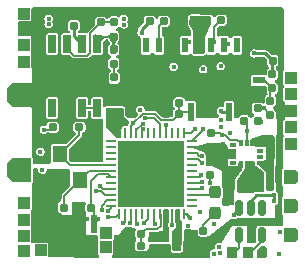
<source format=gbr>
%TF.GenerationSoftware,KiCad,Pcbnew,8.0.5*%
%TF.CreationDate,2024-10-20T03:46:06+02:00*%
%TF.ProjectId,cansatperso,63616e73-6174-4706-9572-736f2e6b6963,rev?*%
%TF.SameCoordinates,Original*%
%TF.FileFunction,Copper,L1,Top*%
%TF.FilePolarity,Positive*%
%FSLAX46Y46*%
G04 Gerber Fmt 4.6, Leading zero omitted, Abs format (unit mm)*
G04 Created by KiCad (PCBNEW 8.0.5) date 2024-10-20 03:46:06*
%MOMM*%
%LPD*%
G01*
G04 APERTURE LIST*
G04 Aperture macros list*
%AMRoundRect*
0 Rectangle with rounded corners*
0 $1 Rounding radius*
0 $2 $3 $4 $5 $6 $7 $8 $9 X,Y pos of 4 corners*
0 Add a 4 corners polygon primitive as box body*
4,1,4,$2,$3,$4,$5,$6,$7,$8,$9,$2,$3,0*
0 Add four circle primitives for the rounded corners*
1,1,$1+$1,$2,$3*
1,1,$1+$1,$4,$5*
1,1,$1+$1,$6,$7*
1,1,$1+$1,$8,$9*
0 Add four rect primitives between the rounded corners*
20,1,$1+$1,$2,$3,$4,$5,0*
20,1,$1+$1,$4,$5,$6,$7,0*
20,1,$1+$1,$6,$7,$8,$9,0*
20,1,$1+$1,$8,$9,$2,$3,0*%
%AMOutline5P*
0 Free polygon, 5 corners , with rotation*
0 The origin of the aperture is its center*
0 number of corners: always 5*
0 $1 to $10 corner X, Y*
0 $11 Rotation angle, in degrees counterclockwise*
0 create outline with 5 corners*
4,1,5,$1,$2,$3,$4,$5,$6,$7,$8,$9,$10,$1,$2,$11*%
%AMOutline6P*
0 Free polygon, 6 corners , with rotation*
0 The origin of the aperture is its center*
0 number of corners: always 6*
0 $1 to $12 corner X, Y*
0 $13 Rotation angle, in degrees counterclockwise*
0 create outline with 6 corners*
4,1,6,$1,$2,$3,$4,$5,$6,$7,$8,$9,$10,$11,$12,$1,$2,$13*%
%AMOutline7P*
0 Free polygon, 7 corners , with rotation*
0 The origin of the aperture is its center*
0 number of corners: always 7*
0 $1 to $14 corner X, Y*
0 $15 Rotation angle, in degrees counterclockwise*
0 create outline with 7 corners*
4,1,7,$1,$2,$3,$4,$5,$6,$7,$8,$9,$10,$11,$12,$13,$14,$1,$2,$15*%
%AMOutline8P*
0 Free polygon, 8 corners , with rotation*
0 The origin of the aperture is its center*
0 number of corners: always 8*
0 $1 to $16 corner X, Y*
0 $17 Rotation angle, in degrees counterclockwise*
0 create outline with 8 corners*
4,1,8,$1,$2,$3,$4,$5,$6,$7,$8,$9,$10,$11,$12,$13,$14,$15,$16,$1,$2,$17*%
%AMFreePoly0*
4,1,8,1.000000,0.600000,1.000000,-1.000000,0.000000,-1.000000,-1.000000,-1.000000,-1.000000,0.600000,-0.600000,1.000000,0.600000,1.000000,1.000000,0.600000,1.000000,0.600000,$1*%
G04 Aperture macros list end*
%TA.AperFunction,SMDPad,CuDef*%
%ADD10RoundRect,0.160000X-0.197500X-0.160000X0.197500X-0.160000X0.197500X0.160000X-0.197500X0.160000X0*%
%TD*%
%TA.AperFunction,SMDPad,CuDef*%
%ADD11R,0.550000X1.500000*%
%TD*%
%TA.AperFunction,SMDPad,CuDef*%
%ADD12R,1.000000X1.000000*%
%TD*%
%TA.AperFunction,SMDPad,CuDef*%
%ADD13RoundRect,0.155000X0.155000X-0.212500X0.155000X0.212500X-0.155000X0.212500X-0.155000X-0.212500X0*%
%TD*%
%TA.AperFunction,SMDPad,CuDef*%
%ADD14RoundRect,0.155000X-0.155000X0.212500X-0.155000X-0.212500X0.155000X-0.212500X0.155000X0.212500X0*%
%TD*%
%TA.AperFunction,SMDPad,CuDef*%
%ADD15R,1.200000X1.400000*%
%TD*%
%TA.AperFunction,SMDPad,CuDef*%
%ADD16RoundRect,0.155000X-0.212500X-0.155000X0.212500X-0.155000X0.212500X0.155000X-0.212500X0.155000X0*%
%TD*%
%TA.AperFunction,ComponentPad*%
%ADD17Outline6P,-0.600000X0.360000X-0.360000X0.600000X0.360000X0.600000X0.600000X0.360000X0.600000X-0.600000X-0.600000X-0.600000X270.000000*%
%TD*%
%TA.AperFunction,SMDPad,CuDef*%
%ADD18RoundRect,0.155000X0.212500X0.155000X-0.212500X0.155000X-0.212500X-0.155000X0.212500X-0.155000X0*%
%TD*%
%TA.AperFunction,ComponentPad*%
%ADD19FreePoly0,90.000000*%
%TD*%
%TA.AperFunction,SMDPad,CuDef*%
%ADD20RoundRect,0.160000X0.197500X0.160000X-0.197500X0.160000X-0.197500X-0.160000X0.197500X-0.160000X0*%
%TD*%
%TA.AperFunction,SMDPad,CuDef*%
%ADD21RoundRect,0.237500X0.237500X-0.287500X0.237500X0.287500X-0.237500X0.287500X-0.237500X-0.287500X0*%
%TD*%
%TA.AperFunction,SMDPad,CuDef*%
%ADD22R,0.650000X1.525000*%
%TD*%
%TA.AperFunction,SMDPad,CuDef*%
%ADD23RoundRect,0.160000X-0.160000X0.197500X-0.160000X-0.197500X0.160000X-0.197500X0.160000X0.197500X0*%
%TD*%
%TA.AperFunction,SMDPad,CuDef*%
%ADD24RoundRect,0.160000X0.160000X-0.197500X0.160000X0.197500X-0.160000X0.197500X-0.160000X-0.197500X0*%
%TD*%
%TA.AperFunction,SMDPad,CuDef*%
%ADD25R,0.600000X1.250000*%
%TD*%
%TA.AperFunction,SMDPad,CuDef*%
%ADD26R,1.200000X3.790000*%
%TD*%
%TA.AperFunction,SMDPad,CuDef*%
%ADD27R,1.450000X1.400000*%
%TD*%
%TA.AperFunction,SMDPad,CuDef*%
%ADD28R,1.000000X0.600000*%
%TD*%
%TA.AperFunction,SMDPad,CuDef*%
%ADD29R,0.950000X0.850000*%
%TD*%
%TA.AperFunction,SMDPad,CuDef*%
%ADD30RoundRect,0.150000X0.150000X-0.512500X0.150000X0.512500X-0.150000X0.512500X-0.150000X-0.512500X0*%
%TD*%
%TA.AperFunction,SMDPad,CuDef*%
%ADD31RoundRect,0.062500X-0.375000X-0.062500X0.375000X-0.062500X0.375000X0.062500X-0.375000X0.062500X0*%
%TD*%
%TA.AperFunction,SMDPad,CuDef*%
%ADD32RoundRect,0.062500X-0.062500X-0.375000X0.062500X-0.375000X0.062500X0.375000X-0.062500X0.375000X0*%
%TD*%
%TA.AperFunction,HeatsinkPad*%
%ADD33R,5.600000X5.600000*%
%TD*%
%TA.AperFunction,SMDPad,CuDef*%
%ADD34R,0.575000X0.350000*%
%TD*%
%TA.AperFunction,SMDPad,CuDef*%
%ADD35R,0.350000X0.575000*%
%TD*%
%TA.AperFunction,ViaPad*%
%ADD36C,0.400000*%
%TD*%
%TA.AperFunction,Conductor*%
%ADD37C,0.150000*%
%TD*%
%TA.AperFunction,Conductor*%
%ADD38C,0.250000*%
%TD*%
%TA.AperFunction,Conductor*%
%ADD39C,0.200000*%
%TD*%
G04 APERTURE END LIST*
D10*
%TO.P,R8,1*%
%TO.N,+3.3V*%
X183732500Y-74100000D03*
%TO.P,R8,2*%
%TO.N,SPI1_MISO_SD*%
X184927500Y-74100000D03*
%TD*%
D11*
%TO.P,SW1,1,1*%
%TO.N,GND*%
X175770000Y-91295000D03*
%TO.P,SW1,2,2*%
%TO.N,NRST*%
X179020000Y-91295000D03*
%TD*%
D12*
%TO.P,1,1*%
%TO.N,GND*%
X173080000Y-74720000D03*
%TD*%
D13*
%TO.P,C32,1*%
%TO.N,GND*%
X180720000Y-80007500D03*
%TO.P,C32,2*%
%TO.N,ADC1_IN2_CURR*%
X180720000Y-78872500D03*
%TD*%
D14*
%TO.P,C7,1*%
%TO.N,+3.3V*%
X185020000Y-92422500D03*
%TO.P,C7,2*%
%TO.N,GND*%
X185020000Y-93557500D03*
%TD*%
D15*
%TO.P,Y1,1,1*%
%TO.N,Net-(U1-PF0)*%
X176110000Y-85390000D03*
%TO.P,Y1,2,2*%
%TO.N,GND*%
X176110000Y-87590000D03*
%TO.P,Y1,3,3*%
%TO.N,Net-(U1-PF1)*%
X177810000Y-87590000D03*
%TO.P,Y1,4,4*%
%TO.N,GND*%
X177810000Y-85390000D03*
%TD*%
D16*
%TO.P,C2,1*%
%TO.N,GND*%
X177652500Y-89920000D03*
%TO.P,C2,2*%
%TO.N,NRST*%
X178787500Y-89920000D03*
%TD*%
D17*
%TO.P,REF\u002A\u002A2,1*%
%TO.N,TIM3_CHI_PWM4*%
X195660000Y-87340000D03*
%TD*%
D16*
%TO.P,C6,1*%
%TO.N,+3.3V*%
X180900000Y-81870000D03*
%TO.P,C6,2*%
%TO.N,GND*%
X182035000Y-81870000D03*
%TD*%
D18*
%TO.P,C12,1*%
%TO.N,Net-(U1-PF1)*%
X176507500Y-89920000D03*
%TO.P,C12,2*%
%TO.N,GND*%
X175372500Y-89920000D03*
%TD*%
%TO.P,C10,1*%
%TO.N,Net-(U1-VREF+)*%
X182997500Y-93140000D03*
%TO.P,C10,2*%
%TO.N,GND*%
X181862500Y-93140000D03*
%TD*%
D19*
%TO.P,,1*%
%TO.N,GND*%
X172680000Y-80400000D03*
%TD*%
D12*
%TO.P,7,1*%
%TO.N,+3.3V*%
X195700000Y-80300000D03*
%TD*%
D20*
%TO.P,R2,1*%
%TO.N,USART3_RX*%
X186237500Y-81030000D03*
%TO.P,R2,2*%
%TO.N,GND*%
X185042500Y-81030000D03*
%TD*%
D12*
%TO.P,2,1*%
%TO.N,+3.3V*%
X173070000Y-76130000D03*
%TD*%
D16*
%TO.P,C1,1*%
%TO.N,+3.3V*%
X190569500Y-88132000D03*
%TO.P,C1,2*%
%TO.N,GND*%
X191704500Y-88132000D03*
%TD*%
D12*
%TO.P,8,1*%
%TO.N,+5V*%
X195700000Y-78900000D03*
%TD*%
%TO.P,4,1*%
%TO.N,I2C3_SCL_ACCEL*%
X195700000Y-84500000D03*
%TD*%
D18*
%TO.P,C16,1*%
%TO.N,+3.3V*%
X187467500Y-74010000D03*
%TO.P,C16,2*%
%TO.N,GND*%
X186332500Y-74010000D03*
%TD*%
D21*
%TO.P,D3,1,K*%
%TO.N,Net-(D3-K)*%
X189300000Y-90355000D03*
%TO.P,D3,2,A*%
%TO.N,Net-(D3-A)*%
X189300000Y-88605000D03*
%TD*%
D14*
%TO.P,C8,1*%
%TO.N,+3.3V*%
X184040000Y-92412500D03*
%TO.P,C8,2*%
%TO.N,GND*%
X184040000Y-93547500D03*
%TD*%
D22*
%TO.P,IC4,1,VM*%
%TO.N,VIN*%
X175470000Y-81450000D03*
%TO.P,IC4,2,GND*%
%TO.N,GND*%
X176740000Y-81450000D03*
%TO.P,IC4,3,A1*%
%TO.N,Net-(IC4-A1)*%
X178010000Y-81450000D03*
%TO.P,IC4,4,A2*%
X179280000Y-81450000D03*
%TO.P,IC4,5,OUT*%
%TO.N,Net-(IC4-OUT)*%
X179280000Y-76026000D03*
%TO.P,IC4,6,VCC*%
%TO.N,+5V*%
X178010000Y-76026000D03*
%TO.P,IC4,7,A3*%
%TO.N,Net-(IC4-A3)*%
X176740000Y-76026000D03*
%TO.P,IC4,8,VP*%
%TO.N,BAT+*%
X175470000Y-76026000D03*
%TD*%
D23*
%TO.P,R5,1*%
%TO.N,+3.3V*%
X194100000Y-78592500D03*
%TO.P,R5,2*%
%TO.N,Net-(J2-G3)*%
X194100000Y-79787500D03*
%TD*%
D24*
%TO.P,R24,1*%
%TO.N,ADC1_IN2_CURR*%
X180690000Y-77697500D03*
%TO.P,R24,2*%
%TO.N,Net-(IC4-OUT)*%
X180690000Y-76502500D03*
%TD*%
D12*
%TO.P,REF\u002A\u002A,1*%
%TO.N,USART3_RX*%
X180000000Y-93270000D03*
%TD*%
D20*
%TO.P,R9,1*%
%TO.N,+3.3V*%
X192914500Y-82522000D03*
%TO.P,R9,2*%
%TO.N,I2C3_SCL_ACCEL*%
X191719500Y-82522000D03*
%TD*%
D12*
%TO.P,3,1*%
%TO.N,GPIO_EXTI1*%
X173070000Y-77580000D03*
%TD*%
D13*
%TO.P,C15,1*%
%TO.N,+3.3V*%
X194150000Y-77457500D03*
%TO.P,C15,2*%
%TO.N,GND*%
X194150000Y-76322500D03*
%TD*%
D17*
%TO.P,REF\u002A\u002A1,5v*%
%TO.N,N/C*%
X195660000Y-89740000D03*
%TD*%
D23*
%TO.P,R25,1*%
%TO.N,Net-(IC4-A3)*%
X180670000Y-74212500D03*
%TO.P,R25,2*%
%TO.N,Net-(IC4-OUT)*%
X180670000Y-75407500D03*
%TD*%
D18*
%TO.P,C31,1*%
%TO.N,+5V*%
X177327500Y-74500000D03*
%TO.P,C31,2*%
%TO.N,GND*%
X176192500Y-74500000D03*
%TD*%
D12*
%TO.P,,1*%
%TO.N,+5V*%
X173070000Y-73460000D03*
%TD*%
%TO.P,2,1*%
%TO.N,SWDIO*%
X173070000Y-92300000D03*
%TD*%
%TO.P,5,1*%
%TO.N,I2C3_SDA_ACCEL*%
X195700000Y-83100000D03*
%TD*%
D10*
%TO.P,R26,1*%
%TO.N,GND*%
X178412500Y-74210000D03*
%TO.P,R26,2*%
%TO.N,Net-(IC4-A3)*%
X179607500Y-74210000D03*
%TD*%
D12*
%TO.P,1,1*%
%TO.N,SWCLK{slash}I2C1_SDA*%
X173070000Y-90900000D03*
%TD*%
D18*
%TO.P,C11,1*%
%TO.N,GND*%
X187157500Y-93260000D03*
%TO.P,C11,2*%
%TO.N,+3.3V*%
X186022500Y-93260000D03*
%TD*%
D25*
%TO.P,J2,1,1*%
%TO.N,unconnected-(J2-Pad1)*%
X191110000Y-76155000D03*
%TO.P,J2,2,2*%
%TO.N,SPI1_CS_SD*%
X190010000Y-76155000D03*
%TO.P,J2,3,3*%
%TO.N,SPI1_MOSI_SD*%
X188910000Y-76155000D03*
%TO.P,J2,4,4*%
%TO.N,+3.3V*%
X187810000Y-76155000D03*
%TO.P,J2,5,5*%
%TO.N,SPI1_SCK_SD*%
X186710000Y-76155000D03*
%TO.P,J2,6,6*%
%TO.N,GND*%
X185610000Y-76155000D03*
%TO.P,J2,7,7*%
%TO.N,SPI1_MISO_SD*%
X184510000Y-76155000D03*
%TO.P,J2,8,8*%
%TO.N,unconnected-(J2-Pad8)*%
X183410000Y-76155000D03*
D26*
%TO.P,J2,9,G1*%
%TO.N,GND*%
X182260000Y-78635000D03*
D27*
%TO.P,J2,10,G2*%
X192735000Y-77880000D03*
D28*
%TO.P,J2,11,G3*%
%TO.N,Net-(J2-G3)*%
X192960000Y-79130000D03*
D29*
%TO.P,J2,12,G4*%
%TO.N,GND*%
X192035000Y-80105000D03*
%TD*%
D30*
%TO.P,U2,1,I/O1*%
%TO.N,USBD-*%
X191320000Y-92230000D03*
%TO.P,U2,2,GND*%
%TO.N,GND*%
X192270000Y-92230000D03*
%TO.P,U2,3,I/O2*%
%TO.N,USBD+*%
X193220000Y-92230000D03*
%TO.P,U2,4,I/O2*%
%TO.N,D+*%
X193220000Y-89955000D03*
%TO.P,U2,5,VBUS*%
%TO.N,+5V*%
X192270000Y-89955000D03*
%TO.P,U2,6,I/O1*%
%TO.N,D-*%
X191320000Y-89955000D03*
%TD*%
D12*
%TO.P,6,1*%
%TO.N,GND*%
X195700000Y-81700000D03*
%TD*%
D17*
%TO.P,REF\u002A\u002A,1*%
%TO.N,GND*%
X195660000Y-92190000D03*
%TD*%
D11*
%TO.P,SW2,1,1*%
%TO.N,USART3_RX*%
X187200000Y-81795000D03*
%TO.P,SW2,2,2*%
%TO.N,+3.3V*%
X190450000Y-81795000D03*
%TD*%
D23*
%TO.P,R6,1*%
%TO.N,Net-(J2-G3)*%
X193960000Y-80852500D03*
%TO.P,R6,2*%
%TO.N,SDDETECT*%
X193960000Y-82047500D03*
%TD*%
D14*
%TO.P,C4,1*%
%TO.N,+3.3V*%
X188800000Y-86002500D03*
%TO.P,C4,2*%
%TO.N,GND*%
X188800000Y-87137500D03*
%TD*%
D12*
%TO.P,,1*%
%TO.N,SWO*%
X173090000Y-89490000D03*
%TD*%
D18*
%TO.P,C17,1*%
%TO.N,+3.3V*%
X193907500Y-88120000D03*
%TO.P,C17,2*%
%TO.N,GND*%
X192772500Y-88120000D03*
%TD*%
%TO.P,C9,1*%
%TO.N,Net-(U1-VREF+)*%
X183007500Y-92090000D03*
%TO.P,C9,2*%
%TO.N,GND*%
X181872500Y-92090000D03*
%TD*%
D31*
%TO.P,U1,1,VBAT*%
%TO.N,unconnected-(U1-VBAT-Pad1)*%
X180422500Y-84287500D03*
%TO.P,U1,2,PC13*%
%TO.N,unconnected-(U1-PC13-Pad2)*%
X180422500Y-84787500D03*
%TO.P,U1,3,PC14*%
%TO.N,unconnected-(U1-PC14-Pad3)*%
X180422500Y-85287500D03*
%TO.P,U1,4,PC15*%
%TO.N,unconnected-(U1-PC15-Pad4)*%
X180422500Y-85787500D03*
%TO.P,U1,5,PF0*%
%TO.N,Net-(U1-PF0)*%
X180422500Y-86287500D03*
%TO.P,U1,6,PF1*%
%TO.N,Net-(U1-PF1)*%
X180422500Y-86787500D03*
%TO.P,U1,7,PG10*%
%TO.N,NRST*%
X180422500Y-87287500D03*
%TO.P,U1,8,PA0*%
%TO.N,ADC1_IN1*%
X180422500Y-87787500D03*
%TO.P,U1,9,PA1*%
%TO.N,ADC1_IN2_CURR*%
X180422500Y-88287500D03*
%TO.P,U1,10,PA2*%
%TO.N,ADC1_IN3_VBAT*%
X180422500Y-88787500D03*
%TO.P,U1,11,PA3*%
%TO.N,LPUART1_RX_RADIO*%
X180422500Y-89287500D03*
%TO.P,U1,12,PA4*%
%TO.N,ADC2_IN17*%
X180422500Y-89787500D03*
D32*
%TO.P,U1,13,PA5*%
%TO.N,SPI1_SCK_SD*%
X181110000Y-90475000D03*
%TO.P,U1,14,PA6*%
%TO.N,SPI1_MISO_SD*%
X181610000Y-90475000D03*
%TO.P,U1,15,PA7*%
%TO.N,SPI1_MOSI_SD*%
X182110000Y-90475000D03*
%TO.P,U1,16,PC4*%
%TO.N,SPI1_CS_SD*%
X182610000Y-90475000D03*
%TO.P,U1,17,PB0*%
%TO.N,unconnected-(U1-PB0-Pad17)*%
X183110000Y-90475000D03*
%TO.P,U1,18,PB1*%
%TO.N,GPIO_EXTI1*%
X183610000Y-90475000D03*
%TO.P,U1,19,PB2*%
%TO.N,SDDETECT*%
X184110000Y-90475000D03*
%TO.P,U1,20,VREF+*%
%TO.N,Net-(U1-VREF+)*%
X184610000Y-90475000D03*
%TO.P,U1,21,VDDA*%
%TO.N,+3.3V*%
X185110000Y-90475000D03*
%TO.P,U1,22,PB10*%
%TO.N,USART3_TX*%
X185610000Y-90475000D03*
%TO.P,U1,23,VDD*%
%TO.N,+3.3V*%
X186110000Y-90475000D03*
%TO.P,U1,24,PB11*%
%TO.N,LPUART1_TX_RADIO*%
X186610000Y-90475000D03*
D31*
%TO.P,U1,25,PB12*%
%TO.N,unconnected-(U1-PB12-Pad25)*%
X187297500Y-89787500D03*
%TO.P,U1,26,PB13*%
%TO.N,unconnected-(U1-PB13-Pad26)*%
X187297500Y-89287500D03*
%TO.P,U1,27,PB14*%
%TO.N,Net-(D3-A)*%
X187297500Y-88787500D03*
%TO.P,U1,28,PB15*%
%TO.N,PWEN*%
X187297500Y-88287500D03*
%TO.P,U1,29,PC6*%
%TO.N,TIM3_CHI_PWM4*%
X187297500Y-87787500D03*
%TO.P,U1,30,PA8*%
%TO.N,I2C3_SCL_ACCEL*%
X187297500Y-87287500D03*
%TO.P,U1,31,PA9*%
%TO.N,unconnected-(U1-PA9-Pad31)*%
X187297500Y-86787500D03*
%TO.P,U1,32,PA10*%
%TO.N,unconnected-(U1-PA10-Pad32)*%
X187297500Y-86287500D03*
%TO.P,U1,33,PA11*%
%TO.N,D-*%
X187297500Y-85787500D03*
%TO.P,U1,34,PA12*%
%TO.N,D+*%
X187297500Y-85287500D03*
%TO.P,U1,35,VDD*%
%TO.N,+3.3V*%
X187297500Y-84787500D03*
%TO.P,U1,36,PA13*%
%TO.N,SWDIO*%
X187297500Y-84287500D03*
D32*
%TO.P,U1,37,PA14*%
%TO.N,SWCLK{slash}I2C1_SDA*%
X186610000Y-83600000D03*
%TO.P,U1,38,PA15*%
%TO.N,I2C1_SCL*%
X186110000Y-83600000D03*
%TO.P,U1,39,PC10*%
%TO.N,unconnected-(U1-PC10-Pad39)*%
X185610000Y-83600000D03*
%TO.P,U1,40,PC11*%
%TO.N,I2C3_SDA_ACCEL*%
X185110000Y-83600000D03*
%TO.P,U1,41,PB3*%
%TO.N,SWO*%
X184610000Y-83600000D03*
%TO.P,U1,42,PB4*%
%TO.N,unconnected-(U1-PB4-Pad42)*%
X184110000Y-83600000D03*
%TO.P,U1,43,PB5*%
%TO.N,unconnected-(U1-PB5-Pad43)*%
X183610000Y-83600000D03*
%TO.P,U1,44,PB6*%
%TO.N,USART1_TX_GPS*%
X183110000Y-83600000D03*
%TO.P,U1,45,PB7*%
%TO.N,USART1_RX_GPS*%
X182610000Y-83600000D03*
%TO.P,U1,46,PB8*%
%TO.N,USART3_RX*%
X182110000Y-83600000D03*
%TO.P,U1,47,PB9*%
%TO.N,unconnected-(U1-PB9-Pad47)*%
X181610000Y-83600000D03*
%TO.P,U1,48,VDD*%
%TO.N,+3.3V*%
X181110000Y-83600000D03*
D33*
%TO.P,U1,49,VSS*%
%TO.N,GND*%
X183860000Y-87037500D03*
%TD*%
D18*
%TO.P,C30,1*%
%TO.N,GND*%
X176647500Y-83080000D03*
%TO.P,C30,2*%
%TO.N,ADC1_IN3_VBAT*%
X175512500Y-83080000D03*
%TD*%
%TO.P,C13,1*%
%TO.N,GND*%
X178917500Y-83080000D03*
%TO.P,C13,2*%
%TO.N,Net-(U1-PF0)*%
X177782500Y-83080000D03*
%TD*%
D12*
%TO.P,3,1*%
%TO.N,NRST*%
X173080000Y-93590000D03*
%TD*%
D19*
%TO.P,REF\u002A\u002A,1*%
%TO.N,BAT+*%
X172675000Y-86705000D03*
%TD*%
D24*
%TO.P,R20,1*%
%TO.N,GND*%
X188270000Y-93055000D03*
%TO.P,R20,2*%
%TO.N,Net-(D3-K)*%
X188270000Y-91860000D03*
%TD*%
D16*
%TO.P,C5,1*%
%TO.N,+3.3V*%
X186052500Y-92250000D03*
%TO.P,C5,2*%
%TO.N,GND*%
X187187500Y-92250000D03*
%TD*%
D18*
%TO.P,C14,1*%
%TO.N,SDDETECT*%
X192897500Y-81470000D03*
%TO.P,C14,2*%
%TO.N,GND*%
X191762500Y-81470000D03*
%TD*%
D23*
%TO.P,R10,1*%
%TO.N,I2C3_SDA_ACCEL*%
X188897000Y-83564500D03*
%TO.P,R10,2*%
%TO.N,+3.3V*%
X188897000Y-84759500D03*
%TD*%
D12*
%TO.P,,1*%
%TO.N,USART3_TX*%
X180020000Y-92060000D03*
%TD*%
D16*
%TO.P,C3,1*%
%TO.N,GND*%
X185072500Y-82000000D03*
%TO.P,C3,2*%
%TO.N,USART3_RX*%
X186207500Y-82000000D03*
%TD*%
D34*
%TO.P,IC1,1,SAO*%
%TO.N,unconnected-(IC1-SAO-Pad1)*%
X190774000Y-84580000D03*
%TO.P,IC1,2,RSVD_1*%
%TO.N,+3.3V*%
X190774000Y-85080000D03*
%TO.P,IC1,3,RSVD_2*%
X190774000Y-85580000D03*
%TO.P,IC1,4,INT_0*%
%TO.N,unconnected-(IC1-INT_0-Pad4)*%
X190774000Y-86080000D03*
D35*
%TO.P,IC1,5,VDD_IO*%
%TO.N,+3.3V*%
X191437000Y-86242000D03*
%TO.P,IC1,6,GND_1*%
%TO.N,GND*%
X191937000Y-86242000D03*
%TO.P,IC1,7,GND_2*%
X192437000Y-86242000D03*
D34*
%TO.P,IC1,8,VDD*%
%TO.N,+3.3V*%
X193100000Y-86080000D03*
%TO.P,IC1,9,INT_1*%
%TO.N,unconnected-(IC1-INT_1-Pad9)*%
X193100000Y-85580000D03*
%TO.P,IC1,10,RSVD_3*%
%TO.N,unconnected-(IC1-RSVD_3-Pad10)*%
X193100000Y-85080000D03*
%TO.P,IC1,11,RSVD_4*%
%TO.N,+3.3V*%
X193100000Y-84580000D03*
D35*
%TO.P,IC1,12,CS*%
X192437000Y-84418000D03*
%TO.P,IC1,13,SCL*%
%TO.N,I2C3_SCL_ACCEL*%
X191937000Y-84418000D03*
%TO.P,IC1,14,SDA*%
%TO.N,I2C3_SDA_ACCEL*%
X191437000Y-84418000D03*
%TD*%
D10*
%TO.P,R7,1*%
%TO.N,+3.3V*%
X188582500Y-74030000D03*
%TO.P,R7,2*%
%TO.N,SPI1_MOSI_SD*%
X189777500Y-74030000D03*
%TD*%
D12*
%TO.P,,1*%
%TO.N,ADC2_IN17*%
X174500000Y-93520000D03*
%TD*%
D36*
%TO.N,GND*%
X176360000Y-93120000D03*
X176050000Y-79740000D03*
X184730000Y-85210000D03*
X176140000Y-82470000D03*
X194760000Y-91990000D03*
X194760000Y-76690000D03*
X195710000Y-81720000D03*
X192250000Y-88020000D03*
X182160000Y-85940000D03*
X188780000Y-77860000D03*
X188060000Y-80840000D03*
X191100000Y-73300000D03*
X174140000Y-76740000D03*
X182600000Y-73300000D03*
X189650000Y-79120000D03*
X190880000Y-79060000D03*
X175390000Y-93170000D03*
X180900000Y-73300000D03*
X185500000Y-89530000D03*
X183680000Y-78680000D03*
X178400000Y-90820000D03*
X173080000Y-74720000D03*
X186810000Y-92670000D03*
X182750000Y-85180000D03*
X194760000Y-85190000D03*
X186380000Y-89540000D03*
X183870000Y-86560000D03*
X185770000Y-86240000D03*
X177800000Y-79760000D03*
X175330000Y-93790000D03*
X182730000Y-75760000D03*
X179090000Y-84050000D03*
X191820000Y-87500000D03*
X192290000Y-91270000D03*
X177500000Y-73300000D03*
X188800000Y-87800000D03*
X174340000Y-78550000D03*
X183840000Y-85180000D03*
X179390000Y-79780000D03*
X175330000Y-92590000D03*
X183670000Y-77690000D03*
X187970000Y-90257500D03*
X178860000Y-92680000D03*
X187700000Y-73300000D03*
X184670000Y-89530000D03*
X184040000Y-93547500D03*
X182700000Y-93770000D03*
X194580000Y-91267500D03*
X189400000Y-73300000D03*
X174340000Y-80170000D03*
X178930000Y-93810000D03*
X189690000Y-80400000D03*
X182750000Y-86610000D03*
X179200000Y-73300000D03*
X181370000Y-87230000D03*
X192770000Y-77880000D03*
X178450000Y-84040000D03*
X181450000Y-79430000D03*
X192420000Y-91820000D03*
X187000000Y-91430000D03*
X174390000Y-90040000D03*
X183600000Y-79750000D03*
X191330000Y-77620000D03*
X185670000Y-85170000D03*
X181840000Y-86720000D03*
X194760000Y-80090000D03*
X181000000Y-93770000D03*
X177480000Y-92630000D03*
X184300000Y-73300000D03*
X177600000Y-93770000D03*
X186000000Y-73300000D03*
X188010000Y-79360000D03*
X192600000Y-87500000D03*
%TO.N,+3.3V*%
X193380000Y-84040000D03*
X190050000Y-89490000D03*
X189750000Y-81710000D03*
X193800000Y-86700000D03*
X189950000Y-84530000D03*
X187800000Y-75020000D03*
X190440000Y-89030000D03*
X190070000Y-85070000D03*
X193830000Y-84270000D03*
X195710000Y-80320000D03*
X173070000Y-76130000D03*
X186180000Y-91660000D03*
X188320000Y-75010000D03*
X185110000Y-91730000D03*
X192570000Y-76830000D03*
X183050000Y-75090000D03*
X193816587Y-87131306D03*
X181530000Y-82570000D03*
X193150000Y-82610000D03*
X185020000Y-92422500D03*
%TO.N,NRST*%
X173080000Y-93590000D03*
X179380000Y-90850660D03*
%TO.N,USART3_RX*%
X180000000Y-93270000D03*
X182345000Y-82715000D03*
%TO.N,SDDETECT*%
X193396250Y-81483750D03*
X184190000Y-91260000D03*
%TO.N,VIN*%
X175470000Y-81450000D03*
X182950430Y-81600789D03*
X174480000Y-85147500D03*
%TO.N,+5V*%
X177340000Y-74380000D03*
X189147500Y-91280000D03*
X193490000Y-93810000D03*
X181560000Y-74390000D03*
X173070000Y-73460000D03*
X181541494Y-73890340D03*
X175170000Y-73890000D03*
X175170000Y-74330000D03*
X194280000Y-88840000D03*
X194280000Y-89310000D03*
X195710000Y-78920000D03*
%TO.N,ADC1_IN3_VBAT*%
X174770000Y-83300000D03*
X179180000Y-88470000D03*
%TO.N,ADC1_IN2_CURR*%
X180720000Y-78872500D03*
X179541191Y-88089171D03*
%TO.N,I2C3_SDA_ACCEL*%
X185110000Y-82870000D03*
X195710000Y-83120000D03*
X189860000Y-83705000D03*
%TO.N,I2C3_SCL_ACCEL*%
X188090000Y-87150000D03*
X191937000Y-83410000D03*
X195710000Y-84520000D03*
%TO.N,3.3VEN*%
X189655249Y-93721215D03*
X189160000Y-93790000D03*
X189740000Y-77920000D03*
X190530166Y-83559834D03*
X189610000Y-93200000D03*
%TO.N,SPI1_CS_SD*%
X182650000Y-91240000D03*
X190330000Y-76010000D03*
%TO.N,SPI1_MISO_SD*%
X181480000Y-91210000D03*
X184510000Y-76050000D03*
%TO.N,SPI1_SCK_SD*%
X180225170Y-90704168D03*
X187020000Y-75880000D03*
%TO.N,SPI1_MOSI_SD*%
X189220000Y-75840000D03*
X182060000Y-91220000D03*
%TO.N,USART1_RX_GPS*%
X189730000Y-83060000D03*
X183132230Y-82772331D03*
%TO.N,USART1_TX_GPS*%
X183185000Y-83269541D03*
X189760000Y-82490000D03*
%TO.N,LPUART1_RX_RADIO*%
X185760000Y-77960000D03*
X179690000Y-90100000D03*
%TO.N,LPUART1_TX_RADIO*%
X187160000Y-90760000D03*
X188260000Y-78180000D03*
%TO.N,GPIO_EXTI1*%
X173070000Y-77580000D03*
X183230000Y-91230000D03*
%TO.N,SWO*%
X183310000Y-82305000D03*
X173090000Y-89490000D03*
%TO.N,SWDIO*%
X188230000Y-83220000D03*
X173070000Y-92300000D03*
%TO.N,SWCLK{slash}I2C1_SDA*%
X173070000Y-90900000D03*
X187585000Y-83220000D03*
%TO.N,TIM3_CHI_PWM4*%
X188120000Y-87730000D03*
%TO.N,USART3_TX*%
X185620000Y-91330000D03*
X180020000Y-92060000D03*
%TO.N,D+*%
X193220000Y-89955000D03*
X188120000Y-85490000D03*
%TO.N,D-*%
X190860000Y-90540000D03*
X188150000Y-86110000D03*
%TO.N,BAT+*%
X174650000Y-86680000D03*
X175470000Y-76026000D03*
%TO.N,PWEN*%
X188180000Y-88240000D03*
X194690000Y-93860000D03*
%TO.N,USBD+*%
X192060000Y-93870000D03*
%TO.N,USBD-*%
X190740000Y-93860000D03*
%TO.N,ADC2_IN17*%
X180190000Y-90150000D03*
X174500000Y-93530000D03*
%TD*%
D37*
%TO.N,GND*%
X188800000Y-87137500D02*
X188800000Y-87800000D01*
D38*
%TO.N,+3.3V*%
X190774000Y-85080000D02*
X190774000Y-85580000D01*
X188800000Y-84856500D02*
X188897000Y-84759500D01*
X189835000Y-81795000D02*
X190450000Y-81795000D01*
X189750000Y-81710000D02*
X189835000Y-81795000D01*
X194100000Y-77507500D02*
X194150000Y-77457500D01*
X193522500Y-76830000D02*
X194150000Y-77457500D01*
X194100000Y-78592500D02*
X194100000Y-77507500D01*
X183050000Y-74782500D02*
X183732500Y-74100000D01*
X192570000Y-76830000D02*
X193522500Y-76830000D01*
X188869000Y-84787500D02*
X188897000Y-84759500D01*
X183050000Y-75090000D02*
X183050000Y-74782500D01*
D37*
%TO.N,NRST*%
X179380000Y-90935000D02*
X179020000Y-91295000D01*
X178787500Y-87662500D02*
X179390000Y-87060000D01*
X180222500Y-87087500D02*
X180422500Y-87287500D01*
X179947392Y-87087500D02*
X180222500Y-87087500D01*
X179390000Y-87060000D02*
X179919892Y-87060000D01*
X178787500Y-89920000D02*
X178787500Y-87662500D01*
X179020000Y-90152500D02*
X178787500Y-89920000D01*
X179919892Y-87060000D02*
X179947392Y-87087500D01*
X179380000Y-90850660D02*
X179380000Y-90935000D01*
X179020000Y-91295000D02*
X179020000Y-90152500D01*
%TO.N,USART3_RX*%
X185722500Y-82485000D02*
X184719014Y-82485000D01*
X183130000Y-81930000D02*
X182345000Y-82715000D01*
X186237500Y-81970000D02*
X186207500Y-82000000D01*
X186412500Y-81795000D02*
X186207500Y-82000000D01*
X184719014Y-82485000D02*
X184164014Y-81930000D01*
X182345000Y-82715000D02*
X182110000Y-82950000D01*
X187200000Y-81795000D02*
X186412500Y-81795000D01*
X182110000Y-82950000D02*
X182110000Y-83600000D01*
X186237500Y-81030000D02*
X186237500Y-81970000D01*
X184164014Y-81930000D02*
X183130000Y-81930000D01*
X186207500Y-82000000D02*
X185722500Y-82485000D01*
%TO.N,Net-(U1-VREF+)*%
X184650000Y-90515000D02*
X184650000Y-91430000D01*
X184650000Y-91430000D02*
X184390000Y-91690000D01*
X184610000Y-90475000D02*
X184650000Y-90515000D01*
X182997500Y-93140000D02*
X182997500Y-92100000D01*
X182997500Y-92100000D02*
X183007500Y-92090000D01*
X183407500Y-91690000D02*
X183007500Y-92090000D01*
X184390000Y-91690000D02*
X183407500Y-91690000D01*
%TO.N,Net-(U1-PF1)*%
X176507500Y-88892500D02*
X177810000Y-87590000D01*
X176507500Y-89920000D02*
X176507500Y-88892500D01*
X180422500Y-86787500D02*
X178612500Y-86787500D01*
X178612500Y-86787500D02*
X177810000Y-87590000D01*
%TO.N,Net-(U1-PF0)*%
X177782500Y-83717500D02*
X176110000Y-85390000D01*
X176110000Y-85390000D02*
X177007500Y-86287500D01*
X177782500Y-83080000D02*
X177782500Y-83717500D01*
X177007500Y-86287500D02*
X180422500Y-86287500D01*
%TO.N,SDDETECT*%
X184190000Y-91260000D02*
X184110000Y-91180000D01*
X193396250Y-81483750D02*
X193960000Y-82047500D01*
X184110000Y-91180000D02*
X184110000Y-90475000D01*
X192897500Y-81470000D02*
X193382500Y-81470000D01*
X193382500Y-81470000D02*
X193396250Y-81483750D01*
D38*
%TO.N,+5V*%
X194280000Y-88840000D02*
X192722501Y-88840000D01*
X177327500Y-75343500D02*
X178010000Y-76026000D01*
X192270000Y-89292501D02*
X192270000Y-89955000D01*
X177327500Y-74500000D02*
X177327500Y-75343500D01*
X192722501Y-88840000D02*
X192270000Y-89292501D01*
X194280000Y-89310000D02*
X194280000Y-88840000D01*
D37*
%TO.N,ADC1_IN3_VBAT*%
X179985001Y-88787500D02*
X180422500Y-88787500D01*
X174770000Y-83300000D02*
X175292500Y-83300000D01*
X175292500Y-83300000D02*
X175512500Y-83080000D01*
X179704278Y-88537500D02*
X179735001Y-88537500D01*
X179180000Y-88470000D02*
X179636778Y-88470000D01*
X179735001Y-88537500D02*
X179985001Y-88787500D01*
X179636778Y-88470000D02*
X179704278Y-88537500D01*
%TO.N,ADC1_IN2_CURR*%
X179807832Y-88287500D02*
X180422500Y-88287500D01*
X179541191Y-88089171D02*
X179672020Y-88220000D01*
X180690000Y-77697500D02*
X180690000Y-78842500D01*
X180690000Y-78842500D02*
X180720000Y-78872500D01*
X179672020Y-88220000D02*
X179740332Y-88220000D01*
X179740332Y-88220000D02*
X179807832Y-88287500D01*
%TO.N,Net-(D3-K)*%
X189300000Y-90355000D02*
X188270000Y-91385000D01*
X188270000Y-91385000D02*
X188270000Y-91860000D01*
%TO.N,Net-(D3-A)*%
X187297500Y-88787500D02*
X189117500Y-88787500D01*
X189117500Y-88787500D02*
X189300000Y-88605000D01*
%TO.N,I2C3_SDA_ACCEL*%
X188897000Y-83564500D02*
X189719500Y-83564500D01*
X191149000Y-84130000D02*
X191437000Y-84418000D01*
X189860000Y-83705000D02*
X190145000Y-83705000D01*
X185110000Y-82870000D02*
X185110000Y-83600000D01*
X190145000Y-83705000D02*
X190570000Y-84130000D01*
X190570000Y-84130000D02*
X191149000Y-84130000D01*
X189719500Y-83564500D02*
X189860000Y-83705000D01*
%TO.N,I2C3_SCL_ACCEL*%
X191937000Y-83410000D02*
X191937000Y-84418000D01*
X191719500Y-82522000D02*
X191937000Y-82739500D01*
X187952500Y-87287500D02*
X188090000Y-87150000D01*
X187297500Y-87287500D02*
X187952500Y-87287500D01*
X191937000Y-82739500D02*
X191937000Y-83410000D01*
%TO.N,Net-(IC4-A3)*%
X178433500Y-77040000D02*
X178700000Y-76773500D01*
X176740000Y-76463500D02*
X177316500Y-77040000D01*
X176740000Y-76026000D02*
X176740000Y-76463500D01*
X178700000Y-75117500D02*
X179607500Y-74210000D01*
X179610000Y-74212500D02*
X179607500Y-74210000D01*
X180670000Y-74212500D02*
X179610000Y-74212500D01*
X178700000Y-76773500D02*
X178700000Y-75117500D01*
X177316500Y-77040000D02*
X178433500Y-77040000D01*
%TO.N,Net-(IC4-A1)*%
X178010000Y-81450000D02*
X179280000Y-81450000D01*
%TO.N,Net-(IC4-OUT)*%
X180670000Y-75407500D02*
X179898500Y-75407500D01*
X180670000Y-75407500D02*
X180670000Y-76482500D01*
X179898500Y-75407500D02*
X179280000Y-76026000D01*
X180670000Y-76482500D02*
X180690000Y-76502500D01*
%TO.N,SPI1_CS_SD*%
X182610000Y-91200000D02*
X182650000Y-91240000D01*
X182610000Y-90475000D02*
X182610000Y-91200000D01*
%TO.N,SPI1_MISO_SD*%
X184927500Y-74100000D02*
X184887500Y-74100000D01*
X181610000Y-90475000D02*
X181610000Y-91080000D01*
X184510000Y-74477500D02*
X184510000Y-76050000D01*
X181610000Y-91080000D02*
X181480000Y-91210000D01*
X184510000Y-76050000D02*
X184510000Y-76155000D01*
X184887500Y-74100000D02*
X184510000Y-74477500D01*
%TO.N,Net-(J2-G3)*%
X193442500Y-79130000D02*
X194100000Y-79787500D01*
X193960000Y-80852500D02*
X193960000Y-79927500D01*
X192960000Y-79130000D02*
X193442500Y-79130000D01*
X193960000Y-79927500D02*
X194100000Y-79787500D01*
%TO.N,SPI1_SCK_SD*%
X180225170Y-90704168D02*
X180880832Y-90704168D01*
X180880832Y-90704168D02*
X181110000Y-90475000D01*
%TO.N,SPI1_MOSI_SD*%
X189220000Y-75840000D02*
X189220000Y-74587500D01*
X182110000Y-91170000D02*
X182060000Y-91220000D01*
X182110000Y-90475000D02*
X182110000Y-91170000D01*
X189220000Y-74587500D02*
X189777500Y-74030000D01*
X189220000Y-75840000D02*
X188910000Y-76150000D01*
X188910000Y-76150000D02*
X188910000Y-76155000D01*
%TO.N,USART1_RX_GPS*%
X182610000Y-83294561D02*
X182610000Y-83600000D01*
X183132230Y-82772331D02*
X182610000Y-83294561D01*
%TO.N,USART1_TX_GPS*%
X183165351Y-83269541D02*
X183110000Y-83324892D01*
X183110000Y-83324892D02*
X183110000Y-83600000D01*
X183185000Y-83269541D02*
X183165351Y-83269541D01*
%TO.N,LPUART1_RX_RADIO*%
X179690000Y-90100000D02*
X179690000Y-89744892D01*
X179690000Y-89744892D02*
X180147392Y-89287500D01*
X180147392Y-89287500D02*
X180422500Y-89287500D01*
%TO.N,LPUART1_TX_RADIO*%
X186875000Y-90475000D02*
X187160000Y-90760000D01*
X186610000Y-90475000D02*
X186875000Y-90475000D01*
%TO.N,GPIO_EXTI1*%
X183610000Y-90475000D02*
X183610000Y-90850000D01*
X183610000Y-90850000D02*
X183230000Y-91230000D01*
%TO.N,SWO*%
X184610000Y-82799669D02*
X184610000Y-83600000D01*
X183310000Y-82305000D02*
X184115331Y-82305000D01*
X184115331Y-82305000D02*
X184610000Y-82799669D01*
%TO.N,SWDIO*%
X188230000Y-83355000D02*
X187297500Y-84287500D01*
X188230000Y-83220000D02*
X188230000Y-83355000D01*
%TO.N,SWCLK{slash}I2C1_SDA*%
X187205000Y-83600000D02*
X186610000Y-83600000D01*
X187585000Y-83220000D02*
X187205000Y-83600000D01*
%TO.N,TIM3_CHI_PWM4*%
X188062500Y-87787500D02*
X188120000Y-87730000D01*
X187297500Y-87787500D02*
X188062500Y-87787500D01*
%TO.N,USART3_TX*%
X185610000Y-91320000D02*
X185610000Y-90475000D01*
X185620000Y-91330000D02*
X185610000Y-91320000D01*
D39*
%TO.N,D+*%
X188120000Y-85490000D02*
X187937499Y-85490000D01*
X187734999Y-85287500D02*
X187297500Y-85287500D01*
X187937499Y-85490000D02*
X187734999Y-85287500D01*
%TO.N,D-*%
X190860000Y-90540000D02*
X190860000Y-90415000D01*
X187827500Y-85787500D02*
X187297500Y-85787500D01*
X188150000Y-86110000D02*
X187827500Y-85787500D01*
X190860000Y-90415000D02*
X191320000Y-89955000D01*
D37*
%TO.N,PWEN*%
X188132500Y-88287500D02*
X188180000Y-88240000D01*
X187297500Y-88287500D02*
X188132500Y-88287500D01*
D39*
%TO.N,USBD+*%
X193220000Y-92710000D02*
X193220000Y-92230000D01*
X192060000Y-93870000D02*
X193220000Y-92710000D01*
%TO.N,USBD-*%
X191320000Y-93280000D02*
X190740000Y-93860000D01*
X191320000Y-92230000D02*
X191320000Y-93280000D01*
D37*
%TO.N,ADC2_IN17*%
X180422500Y-89917500D02*
X180190000Y-90150000D01*
X180422500Y-89787500D02*
X180422500Y-89917500D01*
%TD*%
%TA.AperFunction,Conductor*%
%TO.N,+3.3V*%
G36*
X185277539Y-90007685D02*
G01*
X185323294Y-90060489D01*
X185334500Y-90112000D01*
X185334500Y-90870984D01*
X185346856Y-90933106D01*
X185346858Y-90933110D01*
X185360156Y-90953012D01*
X185381033Y-91019690D01*
X185362547Y-91087070D01*
X185344737Y-91109580D01*
X185332907Y-91121409D01*
X185332904Y-91121414D01*
X185282498Y-91220341D01*
X185265131Y-91329997D01*
X185265131Y-91330002D01*
X185282498Y-91439658D01*
X185332904Y-91538585D01*
X185332908Y-91538591D01*
X185369522Y-91575204D01*
X185403008Y-91636527D01*
X185405841Y-91662455D01*
X185409305Y-92660069D01*
X185389854Y-92727177D01*
X185337209Y-92773115D01*
X185285306Y-92784500D01*
X185232081Y-92784500D01*
X185223134Y-92784758D01*
X185222549Y-92784792D01*
X185215377Y-92785000D01*
X184824624Y-92785000D01*
X184817469Y-92784793D01*
X184816874Y-92784759D01*
X184816870Y-92784758D01*
X184816838Y-92784757D01*
X184807919Y-92784500D01*
X184807902Y-92784500D01*
X183896636Y-92784500D01*
X183896632Y-92784500D01*
X183855467Y-92790049D01*
X183855460Y-92790050D01*
X183792149Y-92807434D01*
X183783801Y-92809862D01*
X183713932Y-92809676D01*
X183655255Y-92771745D01*
X183626400Y-92708112D01*
X183625241Y-92687036D01*
X183644977Y-92035742D01*
X183666683Y-91969332D01*
X183720849Y-91925197D01*
X183768920Y-91915500D01*
X184330703Y-91915500D01*
X184330711Y-91915501D01*
X184345145Y-91915501D01*
X184434853Y-91915501D01*
X184434855Y-91915501D01*
X184493460Y-91891225D01*
X184521916Y-91879439D01*
X184569368Y-91870000D01*
X184859999Y-91870000D01*
X184860000Y-91870000D01*
X184865529Y-91521658D01*
X184874956Y-91476169D01*
X184875501Y-91474854D01*
X184875501Y-91385145D01*
X184875501Y-91375156D01*
X184875500Y-91375142D01*
X184875500Y-90933465D01*
X184877883Y-90909273D01*
X184885500Y-90870980D01*
X184885500Y-90264459D01*
X184885516Y-90262491D01*
X184887936Y-90110032D01*
X184908682Y-90043313D01*
X184962205Y-89998402D01*
X185011920Y-89988000D01*
X185210500Y-89988000D01*
X185277539Y-90007685D01*
G37*
%TD.AperFunction*%
%TD*%
%TA.AperFunction,Conductor*%
%TO.N,+5V*%
G36*
X193576403Y-93193591D02*
G01*
X193622783Y-93245847D01*
X193634603Y-93297392D01*
X193641978Y-93997923D01*
X193623000Y-94065166D01*
X193570681Y-94111474D01*
X193517985Y-94123228D01*
X192925985Y-94123228D01*
X192858946Y-94103543D01*
X192813191Y-94050739D01*
X192801992Y-94000547D01*
X192801441Y-93948836D01*
X192797090Y-93539853D01*
X192816060Y-93472612D01*
X192833396Y-93450864D01*
X193069035Y-93215225D01*
X193130353Y-93181743D01*
X193155223Y-93178919D01*
X193509134Y-93174706D01*
X193576403Y-93193591D01*
G37*
%TD.AperFunction*%
%TD*%
%TA.AperFunction,Conductor*%
%TO.N,+3.3V*%
G36*
X194245426Y-83789685D02*
G01*
X194291181Y-83842489D01*
X194302360Y-83896592D01*
X194221623Y-87758853D01*
X194221624Y-87758868D01*
X194224609Y-87792604D01*
X194224611Y-87792612D01*
X194235148Y-87845286D01*
X194244687Y-87875411D01*
X194245378Y-87877595D01*
X194249499Y-87886929D01*
X194259434Y-87909427D01*
X194270000Y-87959514D01*
X194270000Y-88283033D01*
X194263605Y-88322340D01*
X194256098Y-88344800D01*
X194256094Y-88344812D01*
X194255111Y-88349025D01*
X194220699Y-88409833D01*
X194158874Y-88442382D01*
X194137802Y-88444782D01*
X193715839Y-88456504D01*
X193648279Y-88438689D01*
X193601076Y-88387176D01*
X193588406Y-88334124D01*
X193579824Y-87656177D01*
X193575859Y-86989931D01*
X193573443Y-86963536D01*
X193572664Y-86959176D01*
X193570746Y-86938958D01*
X193570000Y-86880000D01*
X193570000Y-86879999D01*
X193540620Y-86854929D01*
X193521125Y-86833944D01*
X193497025Y-86801087D01*
X193497021Y-86801083D01*
X193466039Y-86769492D01*
X193466038Y-86769491D01*
X193466032Y-86769485D01*
X193428043Y-86740466D01*
X193370943Y-86696848D01*
X193225019Y-86585378D01*
X193219807Y-86581169D01*
X192861009Y-86274994D01*
X192822791Y-86216504D01*
X192817500Y-86180669D01*
X192817500Y-86045570D01*
X192817224Y-86043062D01*
X192817329Y-86042467D01*
X192817314Y-86042181D01*
X192817381Y-86042177D01*
X192829458Y-85974272D01*
X192876941Y-85923016D01*
X192940480Y-85905500D01*
X193402320Y-85905500D01*
X193417991Y-85902382D01*
X193442182Y-85900000D01*
X193580000Y-85900000D01*
X193550000Y-84750000D01*
X193549999Y-84750000D01*
X193549998Y-84749999D01*
X193217814Y-84754489D01*
X193216138Y-84754500D01*
X192805141Y-84754500D01*
X192773585Y-84750417D01*
X192715990Y-84735260D01*
X192620001Y-84710000D01*
X192620000Y-84710000D01*
X192386500Y-84710000D01*
X192319461Y-84690315D01*
X192273706Y-84637511D01*
X192262500Y-84586000D01*
X192262500Y-84206179D01*
X192282185Y-84139140D01*
X192334989Y-84093385D01*
X192344385Y-84089551D01*
X193209599Y-83777360D01*
X193251685Y-83770000D01*
X194178387Y-83770000D01*
X194245426Y-83789685D01*
G37*
%TD.AperFunction*%
%TD*%
%TA.AperFunction,Conductor*%
%TO.N,+3.3V*%
G36*
X186277539Y-90007685D02*
G01*
X186323294Y-90060489D01*
X186334500Y-90112000D01*
X186334500Y-90870984D01*
X186346857Y-90933109D01*
X186393935Y-91003565D01*
X186402571Y-91012201D01*
X186399973Y-91014798D01*
X186431155Y-91052112D01*
X186441436Y-91099265D01*
X186466773Y-92445714D01*
X186466632Y-92454397D01*
X186456126Y-92659278D01*
X186455130Y-92668808D01*
X186455130Y-92675532D01*
X186454967Y-92681867D01*
X186416857Y-93425017D01*
X186393765Y-93490960D01*
X186338687Y-93533950D01*
X186330773Y-93536779D01*
X186329997Y-93537026D01*
X186329968Y-93537037D01*
X186290571Y-93554434D01*
X186240484Y-93565000D01*
X185804513Y-93565000D01*
X185754421Y-93554431D01*
X185750885Y-93552870D01*
X185744957Y-93550252D01*
X185707369Y-93524502D01*
X185700497Y-93517630D01*
X185674742Y-93480032D01*
X185670564Y-93470569D01*
X185660000Y-93420486D01*
X185660000Y-93064008D01*
X185659999Y-93063991D01*
X185656446Y-93030945D01*
X185645240Y-92979434D01*
X185610813Y-92910658D01*
X185610811Y-92910656D01*
X185606504Y-92904210D01*
X185609095Y-92902478D01*
X185586062Y-92852010D01*
X185584806Y-92833679D01*
X185585809Y-92659278D01*
X185589741Y-91975016D01*
X185609811Y-91908092D01*
X185619073Y-91895640D01*
X185920000Y-91540000D01*
X185919999Y-91539996D01*
X185923157Y-91531209D01*
X185933562Y-91486642D01*
X185957500Y-91439661D01*
X185957500Y-91439659D01*
X185957501Y-91439658D01*
X185974869Y-91330002D01*
X185974869Y-91329997D01*
X185957501Y-91220341D01*
X185957500Y-91220338D01*
X185928103Y-91162643D01*
X185914598Y-91107902D01*
X185902169Y-90113548D01*
X185921014Y-90046270D01*
X185973242Y-89999858D01*
X186026159Y-89988000D01*
X186210500Y-89988000D01*
X186277539Y-90007685D01*
G37*
%TD.AperFunction*%
%TD*%
%TA.AperFunction,Conductor*%
%TO.N,USBD-*%
G36*
X191083106Y-93220363D02*
G01*
X191129486Y-93272619D01*
X191141306Y-93324164D01*
X191148598Y-94016938D01*
X191129620Y-94084181D01*
X191077301Y-94130489D01*
X191024387Y-94142243D01*
X190432376Y-94141204D01*
X190365372Y-94121402D01*
X190319709Y-94068517D01*
X190308601Y-94018523D01*
X190301317Y-93333835D01*
X190320287Y-93266590D01*
X190372602Y-93220276D01*
X190423830Y-93208525D01*
X191015837Y-93201478D01*
X191083106Y-93220363D01*
G37*
%TD.AperFunction*%
%TD*%
%TA.AperFunction,Conductor*%
%TO.N,+3.3V*%
G36*
X188834597Y-73699322D02*
G01*
X188901529Y-73719368D01*
X188946998Y-73772419D01*
X188957910Y-73825387D01*
X188950431Y-74274099D01*
X188939233Y-74323563D01*
X188420000Y-75459997D01*
X188392582Y-76748638D01*
X188371476Y-76815243D01*
X188317710Y-76859865D01*
X188268610Y-76870000D01*
X187504644Y-76870000D01*
X187437605Y-76850315D01*
X187391850Y-76797511D01*
X187380646Y-76745358D01*
X187390000Y-74940002D01*
X187389999Y-74940001D01*
X187390000Y-74940000D01*
X187102952Y-74337199D01*
X187090971Y-74279889D01*
X187091158Y-74274099D01*
X187106108Y-73810648D01*
X187127943Y-73744282D01*
X187182195Y-73700254D01*
X187230710Y-73690652D01*
X188834597Y-73699322D01*
G37*
%TD.AperFunction*%
%TD*%
%TA.AperFunction,Conductor*%
%TO.N,+3.3V*%
G36*
X181465488Y-81450055D02*
G01*
X181511601Y-81502546D01*
X181523119Y-81551647D01*
X181524541Y-81607122D01*
X181520233Y-81642850D01*
X181519963Y-81643839D01*
X181517000Y-81669380D01*
X181517000Y-81669384D01*
X181517000Y-82070616D01*
X181519963Y-82096156D01*
X181528239Y-82114900D01*
X181538764Y-82161807D01*
X181540000Y-82210000D01*
X181925690Y-82481736D01*
X181969156Y-82536440D01*
X181978228Y-82586410D01*
X181974711Y-82718281D01*
X181953246Y-82784772D01*
X181938437Y-82802655D01*
X181918830Y-82822261D01*
X181918830Y-82822265D01*
X181884499Y-82905144D01*
X181882117Y-82917122D01*
X181879312Y-82916564D01*
X181864814Y-82965940D01*
X181812010Y-83011695D01*
X181742852Y-83021639D01*
X181736309Y-83020519D01*
X181726173Y-83018503D01*
X181693480Y-83012000D01*
X181526520Y-83012000D01*
X181526515Y-83012000D01*
X181464390Y-83024357D01*
X181393935Y-83071435D01*
X181346857Y-83141890D01*
X181334500Y-83204015D01*
X181334500Y-83916000D01*
X181314815Y-83983039D01*
X181262011Y-84028794D01*
X181210500Y-84040000D01*
X180946593Y-84040000D01*
X180879554Y-84020315D01*
X180852919Y-83997248D01*
X180070612Y-83095294D01*
X180041557Y-83031752D01*
X180040288Y-83013281D01*
X180040298Y-83011695D01*
X180049244Y-81562397D01*
X180069342Y-81495482D01*
X180122428Y-81450054D01*
X180172396Y-81439167D01*
X181398318Y-81430827D01*
X181465488Y-81450055D01*
G37*
%TD.AperFunction*%
%TD*%
%TA.AperFunction,Conductor*%
%TO.N,GND*%
G36*
X192603960Y-85940571D02*
G01*
X192650257Y-85992900D01*
X192662000Y-86045572D01*
X192662000Y-86269820D01*
X192662000Y-86269822D01*
X192661999Y-86269822D01*
X192670731Y-86313718D01*
X192670734Y-86313724D01*
X192679681Y-86327115D01*
X192691925Y-86364529D01*
X192699998Y-86379999D01*
X193371637Y-86893056D01*
X193412962Y-86949394D01*
X193420362Y-86990857D01*
X193425136Y-87792945D01*
X193414573Y-87843768D01*
X193392463Y-87893842D01*
X193392463Y-87893844D01*
X193389500Y-87919380D01*
X193389500Y-88320619D01*
X193392463Y-88346155D01*
X193392463Y-88346157D01*
X193412005Y-88390415D01*
X193421076Y-88459693D01*
X193391252Y-88522878D01*
X193332002Y-88559908D01*
X193298570Y-88564500D01*
X192667699Y-88564500D01*
X192596100Y-88594158D01*
X192596099Y-88594157D01*
X192566442Y-88606442D01*
X192556287Y-88613228D01*
X192553934Y-88609707D01*
X192512911Y-88632073D01*
X192489908Y-88634847D01*
X191287276Y-88666635D01*
X191219740Y-88648728D01*
X191172606Y-88597152D01*
X191160000Y-88542678D01*
X191160000Y-87547740D01*
X191179685Y-87480701D01*
X191181000Y-87478697D01*
X191690000Y-86720000D01*
X191690187Y-86715069D01*
X191712398Y-86648828D01*
X191716713Y-86643676D01*
X191720501Y-86638005D01*
X191720504Y-86638004D01*
X191753767Y-86588222D01*
X191760759Y-86553072D01*
X191762500Y-86544322D01*
X191762500Y-86052289D01*
X191782185Y-85985250D01*
X191834989Y-85939495D01*
X191885218Y-85928296D01*
X192536725Y-85921580D01*
X192603960Y-85940571D01*
G37*
%TD.AperFunction*%
%TD*%
%TA.AperFunction,Conductor*%
%TO.N,Net-(IC4-OUT)*%
G36*
X180923862Y-75089685D02*
G01*
X180969617Y-75142489D01*
X180970240Y-75143876D01*
X180974183Y-75152806D01*
X180974427Y-75153360D01*
X180984999Y-75203458D01*
X180984999Y-75611538D01*
X180974433Y-75661626D01*
X180969450Y-75672911D01*
X180943698Y-75710503D01*
X180906140Y-75748061D01*
X180903809Y-75750441D01*
X180900237Y-75754168D01*
X180900234Y-75754172D01*
X180873019Y-75793035D01*
X180873009Y-75793052D01*
X180842148Y-75855704D01*
X180839027Y-75862441D01*
X180827133Y-75942049D01*
X180835048Y-76011482D01*
X180836060Y-76018798D01*
X180869096Y-76092202D01*
X180897402Y-76126871D01*
X180908736Y-76143290D01*
X180910433Y-76146229D01*
X180910435Y-76146232D01*
X180921132Y-76156929D01*
X180924300Y-76160433D01*
X180927410Y-76163207D01*
X180963697Y-76199494D01*
X180989448Y-76237084D01*
X180994431Y-76248368D01*
X181004999Y-76298459D01*
X181004999Y-76706538D01*
X180994433Y-76756626D01*
X180989450Y-76767911D01*
X180963697Y-76805504D01*
X180955505Y-76813696D01*
X180917911Y-76839449D01*
X180910161Y-76842871D01*
X180870817Y-76852971D01*
X180575144Y-76878683D01*
X180506651Y-76864880D01*
X180498691Y-76860307D01*
X180473105Y-76844315D01*
X180473103Y-76844314D01*
X180462998Y-76839852D01*
X180462947Y-76839829D01*
X180462031Y-76839424D01*
X180424493Y-76813696D01*
X180416299Y-76805502D01*
X180390544Y-76767904D01*
X180385562Y-76756621D01*
X180375000Y-76706541D01*
X180375000Y-76298457D01*
X180385565Y-76248372D01*
X180390545Y-76237093D01*
X180416298Y-76199498D01*
X180453834Y-76161963D01*
X180456145Y-76159603D01*
X180459761Y-76155830D01*
X180486993Y-76116941D01*
X180517864Y-76054262D01*
X180520976Y-76047546D01*
X180532865Y-75967936D01*
X180524948Y-75898516D01*
X180524946Y-75898506D01*
X180524944Y-75898483D01*
X180523934Y-75891186D01*
X180523934Y-75891185D01*
X180517529Y-75876956D01*
X180490895Y-75817785D01*
X180462605Y-75783140D01*
X180451267Y-75766716D01*
X180449566Y-75763769D01*
X180438838Y-75753041D01*
X180435742Y-75749616D01*
X180432650Y-75746853D01*
X180396300Y-75710503D01*
X180370547Y-75672910D01*
X180357773Y-75643978D01*
X180357349Y-75643026D01*
X180356765Y-75641727D01*
X180332458Y-75603658D01*
X180286703Y-75550854D01*
X180281725Y-75545379D01*
X180281724Y-75545378D01*
X180281723Y-75545377D01*
X180230928Y-75514415D01*
X180183930Y-75462714D01*
X180172345Y-75393812D01*
X180199851Y-75329584D01*
X180224669Y-75306734D01*
X180289284Y-75261805D01*
X180334370Y-75208429D01*
X180357829Y-75170897D01*
X180369742Y-75143914D01*
X180414826Y-75090539D01*
X180481612Y-75070010D01*
X180483177Y-75070000D01*
X180856823Y-75070000D01*
X180923862Y-75089685D01*
G37*
%TD.AperFunction*%
%TA.AperFunction,Conductor*%
G36*
X179203483Y-75242389D02*
G01*
X179204119Y-75240226D01*
X179211916Y-75242515D01*
X179211917Y-75242516D01*
X179278956Y-75262201D01*
X179322767Y-75268500D01*
X179565867Y-75268500D01*
X179632906Y-75288185D01*
X179634757Y-75289397D01*
X179647176Y-75297695D01*
X179649762Y-75299474D01*
X179651207Y-75300389D01*
X179651456Y-75300555D01*
X179659977Y-75304351D01*
X179711115Y-75329949D01*
X179717810Y-75333103D01*
X179783318Y-75343319D01*
X179846524Y-75373098D01*
X179883596Y-75432321D01*
X179882765Y-75502186D01*
X179848043Y-75555512D01*
X179848763Y-75556232D01*
X179681861Y-75723134D01*
X179681840Y-75723156D01*
X179670757Y-75735494D01*
X179670734Y-75735521D01*
X179654107Y-75756154D01*
X179654104Y-75756159D01*
X179625981Y-75809922D01*
X179606300Y-75876950D01*
X179606297Y-75876964D01*
X179600000Y-75920763D01*
X179600000Y-76659500D01*
X179580315Y-76726539D01*
X179527511Y-76772294D01*
X179476000Y-76783500D01*
X179223810Y-76783500D01*
X179222220Y-76783490D01*
X179072410Y-76781569D01*
X179005629Y-76761026D01*
X178960554Y-76707640D01*
X178950000Y-76657579D01*
X178950000Y-75374139D01*
X178969685Y-75307100D01*
X179022489Y-75261345D01*
X179052565Y-75252006D01*
X179144907Y-75235805D01*
X179203483Y-75242389D01*
G37*
%TD.AperFunction*%
%TD*%
%TA.AperFunction,Conductor*%
%TO.N,GND*%
G36*
X194300342Y-91433637D02*
G01*
X193505667Y-91437123D01*
X193455039Y-91426559D01*
X193439991Y-91419915D01*
X193414865Y-91417000D01*
X193025143Y-91417000D01*
X193025119Y-91417002D01*
X193000014Y-91419913D01*
X193000003Y-91419916D01*
X192979232Y-91429087D01*
X192929698Y-91439649D01*
X192850000Y-91440000D01*
X192849999Y-91440001D01*
X192848878Y-91467276D01*
X192826456Y-91533450D01*
X192821411Y-91539455D01*
X192817792Y-91544737D01*
X192772415Y-91647509D01*
X192769500Y-91672631D01*
X192769500Y-92754875D01*
X192749815Y-92821914D01*
X192733176Y-92842561D01*
X192723936Y-92851800D01*
X192662612Y-92885282D01*
X192634748Y-92888105D01*
X192094177Y-92881514D01*
X192027383Y-92861013D01*
X191982275Y-92807655D01*
X191971701Y-92755824D01*
X191974181Y-92574822D01*
X191990000Y-91420000D01*
X191989999Y-91419999D01*
X191612200Y-91437571D01*
X191556354Y-91427140D01*
X191539991Y-91419915D01*
X191514865Y-91417000D01*
X191125143Y-91417000D01*
X191125117Y-91417002D01*
X191100012Y-91419913D01*
X191100010Y-91419914D01*
X191016192Y-91456923D01*
X190971868Y-91467354D01*
X190700000Y-91479999D01*
X189854952Y-92808628D01*
X189802364Y-92854631D01*
X189733253Y-92864900D01*
X189729305Y-92863992D01*
X189729300Y-92864026D01*
X189610002Y-92845131D01*
X189609998Y-92845131D01*
X189500341Y-92862498D01*
X189401414Y-92912904D01*
X189401407Y-92912909D01*
X189322909Y-92991407D01*
X189322904Y-92991414D01*
X189272498Y-93090341D01*
X189255131Y-93199997D01*
X189255131Y-93200003D01*
X189269734Y-93292205D01*
X189260779Y-93361498D01*
X189215783Y-93414950D01*
X189166660Y-93434075D01*
X189050341Y-93452499D01*
X188951414Y-93502904D01*
X188951407Y-93502909D01*
X188872909Y-93581407D01*
X188872904Y-93581414D01*
X188822498Y-93680341D01*
X188805131Y-93789997D01*
X188805131Y-93790002D01*
X188822498Y-93899656D01*
X188822499Y-93899659D01*
X188822500Y-93899661D01*
X188852197Y-93957946D01*
X188865093Y-94026612D01*
X188838817Y-94091353D01*
X188781710Y-94131610D01*
X188741494Y-94138238D01*
X180649584Y-94124042D01*
X180582580Y-94104240D01*
X180536917Y-94051356D01*
X180527095Y-93982180D01*
X180556232Y-93918675D01*
X180580910Y-93896941D01*
X180608504Y-93878504D01*
X180641767Y-93828722D01*
X180645491Y-93810000D01*
X180650500Y-93784822D01*
X180650500Y-92755180D01*
X180645212Y-92728597D01*
X180642188Y-92713395D01*
X180648414Y-92643805D01*
X180660703Y-92620313D01*
X180661767Y-92618722D01*
X180663504Y-92609990D01*
X180670500Y-92574822D01*
X180670500Y-92344000D01*
X180690185Y-92276961D01*
X180742989Y-92231206D01*
X180794500Y-92220000D01*
X181170000Y-92220000D01*
X181571377Y-91608811D01*
X181624631Y-91563581D01*
X181680294Y-91552991D01*
X182003537Y-91566746D01*
X182017618Y-91568156D01*
X182060000Y-91574869D01*
X182076203Y-91572302D01*
X182100860Y-91570887D01*
X182430641Y-91584920D01*
X182496781Y-91607437D01*
X182540249Y-91662139D01*
X182547244Y-91731657D01*
X182538802Y-91758893D01*
X182492463Y-91863841D01*
X182492463Y-91863843D01*
X182489500Y-91889380D01*
X182489500Y-92290619D01*
X182492463Y-92316156D01*
X182492463Y-92316158D01*
X182543238Y-92431150D01*
X182539512Y-92432794D01*
X182554429Y-92478622D01*
X182554479Y-92481603D01*
X182555731Y-92730724D01*
X182536384Y-92797861D01*
X182534033Y-92801423D01*
X182528598Y-92809356D01*
X182482463Y-92913844D01*
X182479500Y-92939380D01*
X182479500Y-93340619D01*
X182482463Y-93366156D01*
X182482463Y-93366158D01*
X182528597Y-93470640D01*
X182535091Y-93480120D01*
X182532463Y-93481920D01*
X182557030Y-93526911D01*
X182559862Y-93552645D01*
X182560000Y-93580000D01*
X182647968Y-93580000D01*
X182698053Y-93590565D01*
X182710115Y-93595890D01*
X182713844Y-93597537D01*
X182739384Y-93600500D01*
X182739386Y-93600500D01*
X183255614Y-93600500D01*
X183255616Y-93600500D01*
X183281156Y-93597537D01*
X183290568Y-93593381D01*
X183296947Y-93590565D01*
X183347032Y-93580000D01*
X183499999Y-93580000D01*
X183500000Y-93580000D01*
X183526545Y-93526911D01*
X183538546Y-93502909D01*
X183559691Y-93460619D01*
X183643898Y-93292205D01*
X183689999Y-93200003D01*
X183690002Y-93199997D01*
X183785727Y-93008546D01*
X183833314Y-92957387D01*
X183896636Y-92940000D01*
X184807902Y-92940000D01*
X184815792Y-92940456D01*
X184815802Y-92940293D01*
X184819382Y-92940499D01*
X184819384Y-92940500D01*
X184819386Y-92940500D01*
X185220614Y-92940500D01*
X185220616Y-92940500D01*
X185220617Y-92940499D01*
X185224198Y-92940293D01*
X185224207Y-92940456D01*
X185232098Y-92940000D01*
X185380500Y-92940000D01*
X185447539Y-92959685D01*
X185493294Y-93012489D01*
X185504500Y-93064000D01*
X185504500Y-93460619D01*
X185507463Y-93486156D01*
X185507463Y-93486158D01*
X185545766Y-93572905D01*
X185553597Y-93590640D01*
X185634360Y-93671403D01*
X185738844Y-93717537D01*
X185764384Y-93720500D01*
X185764386Y-93720500D01*
X186280614Y-93720500D01*
X186280616Y-93720500D01*
X186306156Y-93717537D01*
X186392787Y-93679285D01*
X186444231Y-93668727D01*
X186560000Y-93670000D01*
X186653804Y-91840813D01*
X186676896Y-91774872D01*
X186731974Y-91731882D01*
X186780929Y-91723210D01*
X187673685Y-91746911D01*
X187740175Y-91768367D01*
X187784513Y-91822367D01*
X187794306Y-91866278D01*
X187799415Y-92004226D01*
X187799500Y-92008814D01*
X187799500Y-92103858D01*
X187803586Y-92139080D01*
X187803083Y-92139138D01*
X187804838Y-92150655D01*
X187810000Y-92290000D01*
X187852069Y-92290000D01*
X187919108Y-92309685D01*
X187922146Y-92311700D01*
X187931481Y-92318094D01*
X187931486Y-92318099D01*
X188037680Y-92364988D01*
X188063643Y-92368000D01*
X188476356Y-92367999D01*
X188484726Y-92367028D01*
X188502314Y-92364989D01*
X188502315Y-92364988D01*
X188502320Y-92364988D01*
X188608514Y-92318099D01*
X188608521Y-92318091D01*
X188617854Y-92311700D01*
X188684286Y-92290054D01*
X188687931Y-92290000D01*
X188779999Y-92290000D01*
X188780000Y-92290000D01*
X190591512Y-90876830D01*
X190656474Y-90851117D01*
X190724072Y-90864116D01*
X190750339Y-90877500D01*
X190750340Y-90877500D01*
X190750342Y-90877501D01*
X190859998Y-90894869D01*
X190860000Y-90894869D01*
X190860002Y-90894869D01*
X190969658Y-90877501D01*
X190969659Y-90877500D01*
X190969661Y-90877500D01*
X191068587Y-90827095D01*
X191068592Y-90827089D01*
X191076483Y-90821358D01*
X191077928Y-90823347D01*
X191126920Y-90796587D01*
X191151608Y-90793762D01*
X193057360Y-90768008D01*
X193058680Y-90767999D01*
X193414864Y-90767999D01*
X193439991Y-90765085D01*
X193439991Y-90765084D01*
X193449260Y-90764010D01*
X193449331Y-90764625D01*
X193464390Y-90762508D01*
X194314611Y-90751018D01*
X194300342Y-91433637D01*
G37*
%TD.AperFunction*%
%TA.AperFunction,Conductor*%
G36*
X174174219Y-86575518D02*
G01*
X174241005Y-86596032D01*
X174286100Y-86649400D01*
X174295148Y-86680109D01*
X174312498Y-86789658D01*
X174362904Y-86888585D01*
X174362909Y-86888592D01*
X174441407Y-86967090D01*
X174441410Y-86967092D01*
X174441413Y-86967095D01*
X174512990Y-87003565D01*
X174540341Y-87017501D01*
X174649998Y-87034869D01*
X174650000Y-87034869D01*
X174650002Y-87034869D01*
X174759658Y-87017501D01*
X174759659Y-87017500D01*
X174759661Y-87017500D01*
X174858587Y-86967095D01*
X174937095Y-86888587D01*
X174987500Y-86789661D01*
X174988794Y-86781496D01*
X175002977Y-86691946D01*
X175032906Y-86628811D01*
X175092217Y-86591879D01*
X175126983Y-86587353D01*
X176828272Y-86608487D01*
X176895060Y-86629002D01*
X176940156Y-86682371D01*
X176950728Y-86731735D01*
X176958743Y-88070244D01*
X176939460Y-88137400D01*
X176922426Y-88158667D01*
X176379765Y-88701329D01*
X176316330Y-88764763D01*
X176316330Y-88764765D01*
X176281999Y-88847644D01*
X176281999Y-88951788D01*
X176282000Y-88951797D01*
X176282000Y-89135565D01*
X176262315Y-89202604D01*
X176256928Y-89210327D01*
X175970000Y-89590000D01*
X175970000Y-90230000D01*
X176072419Y-90290116D01*
X176097331Y-90309374D01*
X176119360Y-90331403D01*
X176141725Y-90341278D01*
X176207285Y-90370226D01*
X176219963Y-90376717D01*
X176430000Y-90500000D01*
X177190000Y-90480000D01*
X177182150Y-90056110D01*
X177172339Y-89526296D01*
X177190779Y-89458903D01*
X177242727Y-89412179D01*
X177296318Y-89400000D01*
X178177746Y-89400000D01*
X178244785Y-89419685D01*
X178290540Y-89472489D01*
X178301734Y-89522242D01*
X178302797Y-89597200D01*
X178292244Y-89649043D01*
X178272463Y-89693842D01*
X178272463Y-89693844D01*
X178271745Y-89700037D01*
X178269500Y-89719384D01*
X178269500Y-90120616D01*
X178272463Y-90146156D01*
X178287403Y-90179991D01*
X178301653Y-90212265D01*
X178312206Y-90260592D01*
X178325954Y-91229761D01*
X178340000Y-92220000D01*
X178340001Y-92220000D01*
X179245500Y-92220000D01*
X179312539Y-92239685D01*
X179358294Y-92292489D01*
X179369500Y-92344000D01*
X179369500Y-92574820D01*
X179369500Y-92574822D01*
X179369499Y-92574822D01*
X179377811Y-92616604D01*
X179371584Y-92686196D01*
X179359298Y-92709684D01*
X179358233Y-92711276D01*
X179358231Y-92711282D01*
X179349500Y-92755177D01*
X179349500Y-92755180D01*
X179349500Y-93784820D01*
X179349500Y-93784822D01*
X179349499Y-93784822D01*
X179358231Y-93828717D01*
X179358234Y-93828724D01*
X179391494Y-93878502D01*
X179391495Y-93878502D01*
X179391496Y-93878504D01*
X179415667Y-93894654D01*
X179460472Y-93948265D01*
X179469179Y-94017590D01*
X179439025Y-94080618D01*
X179379582Y-94117338D01*
X179346558Y-94121756D01*
X175274282Y-94114612D01*
X175207278Y-94094810D01*
X175161615Y-94041926D01*
X175150500Y-93990612D01*
X175150500Y-93005177D01*
X175141768Y-92961282D01*
X175141767Y-92961281D01*
X175141767Y-92961278D01*
X175108504Y-92911496D01*
X175108503Y-92911495D01*
X175058724Y-92878234D01*
X175058717Y-92878231D01*
X175014822Y-92869500D01*
X175014820Y-92869500D01*
X173985180Y-92869500D01*
X173985178Y-92869500D01*
X173941282Y-92878231D01*
X173941276Y-92878233D01*
X173913389Y-92896867D01*
X173846711Y-92917744D01*
X173779332Y-92899258D01*
X173732642Y-92847279D01*
X173720500Y-92793764D01*
X173720500Y-91785177D01*
X173711768Y-91741282D01*
X173711767Y-91741281D01*
X173711767Y-91741278D01*
X173711765Y-91741275D01*
X173707094Y-91729998D01*
X173710757Y-91728480D01*
X173696530Y-91683047D01*
X173696513Y-91680070D01*
X173697583Y-91516754D01*
X173711138Y-91471682D01*
X173707093Y-91470007D01*
X173711766Y-91458724D01*
X173711766Y-91458723D01*
X173711767Y-91458722D01*
X173720500Y-91414820D01*
X173720500Y-90385180D01*
X173711767Y-90341278D01*
X173711766Y-90341276D01*
X173709384Y-90329302D01*
X173711060Y-90328968D01*
X173705551Y-90300791D01*
X173706716Y-90123016D01*
X173726839Y-90056110D01*
X173727509Y-90055093D01*
X173731767Y-90048722D01*
X173740500Y-90004820D01*
X173740500Y-88975180D01*
X173735603Y-88950563D01*
X173741829Y-88880976D01*
X173742633Y-88878983D01*
X173750500Y-88859991D01*
X173750500Y-88710009D01*
X173750500Y-87893280D01*
X173770185Y-87826241D01*
X173786819Y-87805599D01*
X173809666Y-87782751D01*
X173809667Y-87782750D01*
X173830500Y-87705000D01*
X173830500Y-86767860D01*
X173831097Y-86755707D01*
X173833458Y-86731735D01*
X173834590Y-86720242D01*
X173834590Y-86696848D01*
X173854275Y-86629809D01*
X173907079Y-86584054D01*
X173960126Y-86572858D01*
X174174219Y-86575518D01*
G37*
%TD.AperFunction*%
%TD*%
%TA.AperFunction,Conductor*%
%TO.N,USBD+*%
G36*
X192396403Y-93210363D02*
G01*
X192442783Y-93262619D01*
X192454603Y-93314164D01*
X192461978Y-94014695D01*
X192443000Y-94081938D01*
X192390681Y-94128246D01*
X192337985Y-94140000D01*
X191745985Y-94140000D01*
X191678946Y-94120315D01*
X191633191Y-94067511D01*
X191621992Y-94017319D01*
X191614614Y-93323835D01*
X191633584Y-93256590D01*
X191685898Y-93210276D01*
X191737127Y-93198525D01*
X192329134Y-93191478D01*
X192396403Y-93210363D01*
G37*
%TD.AperFunction*%
%TD*%
%TA.AperFunction,Conductor*%
%TO.N,LPUART1_TX_RADIO*%
G36*
X186937707Y-90427832D02*
G01*
X187226755Y-90570399D01*
X187232658Y-90577131D01*
X187232409Y-90585319D01*
X187162564Y-90756162D01*
X187156261Y-90762523D01*
X187156162Y-90762564D01*
X186985319Y-90832409D01*
X186976364Y-90832368D01*
X186970399Y-90826755D01*
X186827832Y-90537708D01*
X186827247Y-90528775D01*
X186830051Y-90524264D01*
X186924263Y-90430052D01*
X186932535Y-90426626D01*
X186937707Y-90427832D01*
G37*
%TD.AperFunction*%
%TD*%
%TA.AperFunction,Conductor*%
%TO.N,+3.3V*%
G36*
X190070130Y-84419685D02*
G01*
X190097106Y-84443147D01*
X190306015Y-84686065D01*
X190334803Y-84749726D01*
X190336000Y-84766916D01*
X190336000Y-84769820D01*
X190336000Y-84769822D01*
X190335999Y-84769822D01*
X190344731Y-84813717D01*
X190344732Y-84813721D01*
X190344733Y-84813722D01*
X190377996Y-84863504D01*
X190427778Y-84896767D01*
X190427781Y-84896767D01*
X190427782Y-84896768D01*
X190471677Y-84905500D01*
X190956000Y-84905500D01*
X191023039Y-84925185D01*
X191068794Y-84977989D01*
X191080000Y-85029500D01*
X191080000Y-85630500D01*
X191060315Y-85697539D01*
X191007511Y-85743294D01*
X190956000Y-85754500D01*
X190471678Y-85754500D01*
X190415801Y-85765615D01*
X190415535Y-85764279D01*
X190386776Y-85770000D01*
X190360000Y-85770000D01*
X190360000Y-85785813D01*
X190345975Y-85833573D01*
X190349406Y-85834994D01*
X190344732Y-85846276D01*
X190336000Y-85890177D01*
X190336000Y-86269820D01*
X190344733Y-86313724D01*
X190349407Y-86325007D01*
X190345745Y-86326523D01*
X190359980Y-86371936D01*
X190360000Y-86374185D01*
X190360000Y-86390000D01*
X190386776Y-86390000D01*
X190415535Y-86395720D01*
X190415801Y-86394385D01*
X190471677Y-86405500D01*
X190471680Y-86405500D01*
X191076322Y-86405500D01*
X191131790Y-86394466D01*
X191139999Y-86390000D01*
X191140000Y-86390000D01*
X191140000Y-86389998D01*
X191147406Y-86385970D01*
X191168659Y-86364402D01*
X191170004Y-86363504D01*
X191203267Y-86313722D01*
X191204815Y-86305939D01*
X191222322Y-86262773D01*
X191250000Y-86220000D01*
X191255612Y-86062848D01*
X191277677Y-85996556D01*
X191332080Y-85952715D01*
X191382882Y-85943321D01*
X191486351Y-85946117D01*
X191552833Y-85967606D01*
X191597145Y-86021626D01*
X191607000Y-86070072D01*
X191607000Y-86490365D01*
X191587315Y-86557404D01*
X191586122Y-86559226D01*
X191584293Y-86561965D01*
X191584274Y-86561994D01*
X191572962Y-86578923D01*
X191572556Y-86583490D01*
X191565351Y-86598702D01*
X191565055Y-86599231D01*
X191564962Y-86599398D01*
X191551585Y-86639293D01*
X191536992Y-86668953D01*
X191062407Y-87376353D01*
X191054595Y-87386771D01*
X190960000Y-87499999D01*
X190959999Y-87500000D01*
X190885103Y-89322468D01*
X190874644Y-89367458D01*
X190872416Y-89372503D01*
X190872415Y-89372506D01*
X190869500Y-89397631D01*
X190869500Y-89570880D01*
X190849815Y-89637919D01*
X190797011Y-89683674D01*
X190750456Y-89694781D01*
X189998956Y-89724841D01*
X189931183Y-89707852D01*
X189883355Y-89656918D01*
X189870000Y-89600940D01*
X189870000Y-89124344D01*
X189883515Y-89068049D01*
X189884967Y-89065200D01*
X189911109Y-89013893D01*
X189911109Y-89013891D01*
X189911110Y-89013890D01*
X189911110Y-89013889D01*
X189922733Y-88940500D01*
X189925500Y-88923033D01*
X189925499Y-88286968D01*
X189925499Y-88286967D01*
X189925499Y-88286962D01*
X189911109Y-88196108D01*
X189911109Y-88196107D01*
X189883515Y-88141950D01*
X189870000Y-88085655D01*
X189870000Y-86760001D01*
X189869999Y-86759999D01*
X189010003Y-86390000D01*
X189009999Y-86389999D01*
X188619141Y-86374672D01*
X188552924Y-86352375D01*
X188509274Y-86297819D01*
X188500000Y-86250767D01*
X188500000Y-86150498D01*
X188501527Y-86131098D01*
X188504869Y-86109999D01*
X188501527Y-86088900D01*
X188500000Y-86069501D01*
X188500000Y-85510000D01*
X188487245Y-85484096D01*
X188487320Y-85484058D01*
X188472997Y-85464393D01*
X188467264Y-85441983D01*
X188457501Y-85380342D01*
X188457500Y-85380340D01*
X188457500Y-85380339D01*
X188407095Y-85281413D01*
X188407092Y-85281410D01*
X188407090Y-85281407D01*
X188328592Y-85202909D01*
X188328588Y-85202906D01*
X188328587Y-85202905D01*
X188266810Y-85171428D01*
X188229658Y-85152498D01*
X188120002Y-85135131D01*
X188119998Y-85135131D01*
X188083701Y-85140880D01*
X188014408Y-85131926D01*
X187988701Y-85116693D01*
X187808386Y-84977989D01*
X187720001Y-84910000D01*
X187719997Y-84909999D01*
X187549293Y-84907991D01*
X187482490Y-84887520D01*
X187437360Y-84834181D01*
X187428230Y-84764910D01*
X187458001Y-84701701D01*
X187517219Y-84664620D01*
X187550752Y-84660000D01*
X187709997Y-84660000D01*
X187710000Y-84660000D01*
X188664226Y-84404227D01*
X188696330Y-84400000D01*
X190003091Y-84400000D01*
X190070130Y-84419685D01*
G37*
%TD.AperFunction*%
%TD*%
%TA.AperFunction,Conductor*%
%TO.N,GND*%
G36*
X195012539Y-72960185D02*
G01*
X195058294Y-73012989D01*
X195069500Y-73064500D01*
X195069500Y-78249989D01*
X195070888Y-78256968D01*
X195064659Y-78326559D01*
X195062869Y-78329981D01*
X195062906Y-78329997D01*
X195058231Y-78341281D01*
X195049500Y-78385177D01*
X195049500Y-78385180D01*
X195049500Y-79414820D01*
X195049500Y-79414822D01*
X195049499Y-79414822D01*
X195058231Y-79458717D01*
X195058234Y-79458724D01*
X195091495Y-79508503D01*
X195095311Y-79512319D01*
X195128796Y-79573642D01*
X195123812Y-79643334D01*
X195095311Y-79687681D01*
X195091495Y-79691496D01*
X195058234Y-79741275D01*
X195058231Y-79741282D01*
X195049500Y-79785177D01*
X195049500Y-79785180D01*
X195049500Y-80814820D01*
X195049500Y-80814822D01*
X195049499Y-80814822D01*
X195058231Y-80858717D01*
X195058234Y-80858724D01*
X195091495Y-80908503D01*
X195104698Y-80917325D01*
X195149503Y-80970937D01*
X195159807Y-81020277D01*
X195159999Y-81179999D01*
X195160000Y-81180000D01*
X196085500Y-81180000D01*
X196152539Y-81199685D01*
X196198294Y-81252489D01*
X196209500Y-81304000D01*
X196209500Y-82107177D01*
X196189815Y-82174216D01*
X196137011Y-82219971D01*
X196086679Y-82231171D01*
X195158212Y-82239999D01*
X195158210Y-82240000D01*
X195157719Y-82381398D01*
X195137802Y-82448369D01*
X195102612Y-82484068D01*
X195091496Y-82491495D01*
X195091495Y-82491496D01*
X195058234Y-82541275D01*
X195058231Y-82541282D01*
X195049500Y-82585177D01*
X195049500Y-82585180D01*
X195049500Y-83614820D01*
X195049500Y-83614822D01*
X195049499Y-83614822D01*
X195058231Y-83658717D01*
X195058234Y-83658724D01*
X195091495Y-83708503D01*
X195095311Y-83712319D01*
X195128796Y-83773642D01*
X195123812Y-83843334D01*
X195095311Y-83887681D01*
X195091495Y-83891496D01*
X195058234Y-83941275D01*
X195058231Y-83941282D01*
X195049500Y-83985177D01*
X195049500Y-83985180D01*
X195049500Y-85014820D01*
X195049500Y-85014822D01*
X195049499Y-85014822D01*
X195060149Y-85068357D01*
X195060151Y-85116732D01*
X195059500Y-85120005D01*
X195059500Y-86493051D01*
X195039815Y-86560090D01*
X195004391Y-86596153D01*
X194951495Y-86631496D01*
X194918234Y-86681275D01*
X194918231Y-86681282D01*
X194909500Y-86725177D01*
X194909500Y-86725180D01*
X194909500Y-87954820D01*
X194909500Y-87954822D01*
X194909499Y-87954822D01*
X194918231Y-87998717D01*
X194918234Y-87998724D01*
X194951494Y-88048502D01*
X194951495Y-88048502D01*
X194951496Y-88048504D01*
X195001278Y-88081767D01*
X195001280Y-88081767D01*
X195004390Y-88083845D01*
X195049195Y-88137457D01*
X195059500Y-88186948D01*
X195059500Y-88893051D01*
X195039815Y-88960090D01*
X195004391Y-88996153D01*
X194951495Y-89031496D01*
X194918234Y-89081275D01*
X194918231Y-89081282D01*
X194909500Y-89125177D01*
X194909500Y-89125180D01*
X194909500Y-90354820D01*
X194909500Y-90354822D01*
X194909499Y-90354822D01*
X194918231Y-90398717D01*
X194918234Y-90398724D01*
X194951494Y-90448502D01*
X194951495Y-90448502D01*
X194951496Y-90448504D01*
X195001278Y-90481767D01*
X195001280Y-90481767D01*
X195004390Y-90483845D01*
X195049195Y-90537457D01*
X195059500Y-90586948D01*
X195059500Y-91310650D01*
X195039815Y-91377689D01*
X194987011Y-91423444D01*
X194938487Y-91434614D01*
X194369767Y-91448318D01*
X194314681Y-91433575D01*
X194300342Y-91433637D01*
X194335568Y-89748467D01*
X194356648Y-89681858D01*
X194403243Y-89640579D01*
X194488587Y-89597095D01*
X194567095Y-89518587D01*
X194617500Y-89419661D01*
X194617500Y-89419659D01*
X194617501Y-89419658D01*
X194634869Y-89310002D01*
X194634869Y-89309997D01*
X194617501Y-89200343D01*
X194617500Y-89200341D01*
X194617500Y-89200339D01*
X194582318Y-89131290D01*
X194569423Y-89062626D01*
X194582316Y-89018712D01*
X194617500Y-88949661D01*
X194620412Y-88931278D01*
X194634869Y-88840002D01*
X194634869Y-88839997D01*
X194617501Y-88730341D01*
X194589370Y-88675131D01*
X194567095Y-88631413D01*
X194567092Y-88631410D01*
X194567090Y-88631407D01*
X194488592Y-88552909D01*
X194488588Y-88552906D01*
X194488587Y-88552905D01*
X194464667Y-88540717D01*
X194413871Y-88492744D01*
X194397076Y-88424923D01*
X194407527Y-88380148D01*
X194422537Y-88346156D01*
X194425500Y-88320616D01*
X194425500Y-87919384D01*
X194422537Y-87893844D01*
X194387628Y-87814784D01*
X194377090Y-87762108D01*
X194490000Y-82360700D01*
X194489998Y-82360699D01*
X194489999Y-82360699D01*
X194465727Y-82335811D01*
X194433012Y-82274074D01*
X194430499Y-82249244D01*
X194430499Y-81803644D01*
X194427488Y-81777680D01*
X194380599Y-81671486D01*
X194298514Y-81589401D01*
X194291301Y-81586216D01*
X194239703Y-81563433D01*
X194186327Y-81518346D01*
X194165800Y-81451560D01*
X194184639Y-81384278D01*
X194236863Y-81337862D01*
X194239600Y-81336611D01*
X194298514Y-81310599D01*
X194380599Y-81228514D01*
X194427488Y-81122320D01*
X194430500Y-81096357D01*
X194430499Y-80608644D01*
X194427488Y-80582680D01*
X194425861Y-80578996D01*
X194380599Y-80476486D01*
X194366170Y-80462057D01*
X194332685Y-80400734D01*
X194337669Y-80331042D01*
X194379541Y-80275109D01*
X194403757Y-80260945D01*
X194438514Y-80245599D01*
X194520599Y-80163514D01*
X194567488Y-80057320D01*
X194570500Y-80031357D01*
X194570499Y-79543644D01*
X194567488Y-79517680D01*
X194563436Y-79508504D01*
X194520599Y-79411486D01*
X194438514Y-79329401D01*
X194379703Y-79303433D01*
X194326327Y-79258346D01*
X194305800Y-79191560D01*
X194324639Y-79124278D01*
X194376863Y-79077862D01*
X194379600Y-79076611D01*
X194438514Y-79050599D01*
X194520599Y-78968514D01*
X194567488Y-78862320D01*
X194570500Y-78836357D01*
X194570499Y-78348644D01*
X194567488Y-78322680D01*
X194520599Y-78216486D01*
X194438514Y-78134401D01*
X194438513Y-78134400D01*
X194435126Y-78131013D01*
X194401642Y-78069689D01*
X194406626Y-77999998D01*
X194448498Y-77944064D01*
X194472717Y-77929901D01*
X194480640Y-77926403D01*
X194561403Y-77845640D01*
X194607537Y-77741156D01*
X194610500Y-77715616D01*
X194610500Y-77199384D01*
X194607537Y-77173844D01*
X194605109Y-77168346D01*
X194577360Y-77105500D01*
X194561403Y-77069360D01*
X194480640Y-76988597D01*
X194441860Y-76971474D01*
X194376157Y-76942463D01*
X194350619Y-76939500D01*
X194350616Y-76939500D01*
X194072977Y-76939500D01*
X194005938Y-76919815D01*
X193985296Y-76903181D01*
X193678559Y-76596443D01*
X193665985Y-76591235D01*
X193577300Y-76554500D01*
X192831112Y-76554500D01*
X192774820Y-76540985D01*
X192679661Y-76492500D01*
X192679659Y-76492499D01*
X192679656Y-76492498D01*
X192570002Y-76475131D01*
X192569998Y-76475131D01*
X192460341Y-76492498D01*
X192361414Y-76542904D01*
X192361407Y-76542909D01*
X192282909Y-76621407D01*
X192282904Y-76621414D01*
X192232498Y-76720341D01*
X192215131Y-76829997D01*
X192215131Y-76830002D01*
X192232498Y-76939658D01*
X192282904Y-77038585D01*
X192282909Y-77038592D01*
X192361407Y-77117090D01*
X192361410Y-77117092D01*
X192361413Y-77117095D01*
X192456846Y-77165720D01*
X192460341Y-77167501D01*
X192569998Y-77184869D01*
X192570000Y-77184869D01*
X192570002Y-77184869D01*
X192679656Y-77167501D01*
X192679656Y-77167500D01*
X192679661Y-77167500D01*
X192774820Y-77119014D01*
X192831112Y-77105500D01*
X193357023Y-77105500D01*
X193424062Y-77125185D01*
X193444704Y-77141819D01*
X193653181Y-77350296D01*
X193686666Y-77411619D01*
X193689500Y-77437977D01*
X193689500Y-77715619D01*
X193692463Y-77741156D01*
X193692463Y-77741158D01*
X193738597Y-77845640D01*
X193788181Y-77895224D01*
X193821666Y-77956547D01*
X193824500Y-77982905D01*
X193824500Y-78025873D01*
X193804815Y-78092912D01*
X193770579Y-78128171D01*
X193761489Y-78134398D01*
X193679400Y-78216487D01*
X193632512Y-78322678D01*
X193629500Y-78348639D01*
X193629500Y-78559173D01*
X193609815Y-78626212D01*
X193557011Y-78671967D01*
X193487853Y-78681911D01*
X193481309Y-78680790D01*
X193474824Y-78679500D01*
X193474820Y-78679500D01*
X192445180Y-78679500D01*
X192445178Y-78679500D01*
X192401282Y-78688231D01*
X192401275Y-78688234D01*
X192351496Y-78721495D01*
X192351495Y-78721496D01*
X192318234Y-78771275D01*
X192318231Y-78771282D01*
X192309500Y-78815177D01*
X192309500Y-78815180D01*
X192309500Y-79444820D01*
X192309500Y-79444822D01*
X192309499Y-79444822D01*
X192318231Y-79488717D01*
X192318234Y-79488724D01*
X192337582Y-79517680D01*
X192351496Y-79538504D01*
X192401278Y-79571767D01*
X192401281Y-79571767D01*
X192401282Y-79571768D01*
X192445177Y-79580500D01*
X192445180Y-79580500D01*
X193474817Y-79580500D01*
X193474820Y-79580500D01*
X193481303Y-79579210D01*
X193550892Y-79585433D01*
X193606072Y-79628292D01*
X193629322Y-79694180D01*
X193629500Y-79700826D01*
X193629500Y-80031348D01*
X193629502Y-80031372D01*
X193632510Y-80057314D01*
X193632513Y-80057324D01*
X193679400Y-80163513D01*
X193693829Y-80177942D01*
X193727314Y-80239265D01*
X193722330Y-80308957D01*
X193680458Y-80364890D01*
X193656237Y-80379056D01*
X193621486Y-80394400D01*
X193539401Y-80476485D01*
X193492512Y-80582678D01*
X193489500Y-80608639D01*
X193489500Y-80963095D01*
X193469815Y-81030134D01*
X193417011Y-81075889D01*
X193347853Y-81085833D01*
X193296862Y-81062546D01*
X193295120Y-81065091D01*
X193285640Y-81058597D01*
X193181157Y-81012463D01*
X193155619Y-81009500D01*
X193155616Y-81009500D01*
X192639384Y-81009500D01*
X192639380Y-81009500D01*
X192613843Y-81012463D01*
X192613841Y-81012463D01*
X192509359Y-81058597D01*
X192428597Y-81139359D01*
X192382463Y-81243841D01*
X192382463Y-81243843D01*
X192379500Y-81269380D01*
X192379500Y-81670619D01*
X192382463Y-81696156D01*
X192382463Y-81696158D01*
X192401305Y-81738830D01*
X192428597Y-81800640D01*
X192509360Y-81881403D01*
X192518702Y-81885528D01*
X192572076Y-81930612D01*
X192592604Y-81997398D01*
X192573766Y-82064680D01*
X192546476Y-82093141D01*
X192546611Y-82093276D01*
X192540206Y-82099680D01*
X192538693Y-82101259D01*
X192538486Y-82101400D01*
X192456402Y-82183484D01*
X192430433Y-82242297D01*
X192385346Y-82295672D01*
X192318560Y-82316199D01*
X192251278Y-82297360D01*
X192204862Y-82245136D01*
X192203598Y-82242369D01*
X192177599Y-82183486D01*
X192095514Y-82101401D01*
X192055491Y-82083729D01*
X191989321Y-82054512D01*
X191963357Y-82051500D01*
X191475651Y-82051500D01*
X191475627Y-82051502D01*
X191449685Y-82054510D01*
X191449675Y-82054513D01*
X191343486Y-82101400D01*
X191261402Y-82183484D01*
X191221967Y-82272794D01*
X191176880Y-82326169D01*
X191110094Y-82346696D01*
X191108020Y-82346705D01*
X190998987Y-82346254D01*
X190932030Y-82326292D01*
X190886494Y-82273299D01*
X190875500Y-82222255D01*
X190875500Y-81030177D01*
X190866768Y-80986282D01*
X190866767Y-80986281D01*
X190866767Y-80986278D01*
X190833504Y-80936496D01*
X190833503Y-80936495D01*
X190783724Y-80903234D01*
X190783717Y-80903231D01*
X190739822Y-80894500D01*
X190739820Y-80894500D01*
X190160180Y-80894500D01*
X190160178Y-80894500D01*
X190116282Y-80903231D01*
X190116275Y-80903234D01*
X190066496Y-80936495D01*
X190066495Y-80936496D01*
X190033234Y-80986275D01*
X190033231Y-80986282D01*
X190024500Y-81030177D01*
X190024500Y-81255388D01*
X190004815Y-81322427D01*
X189952011Y-81368182D01*
X189882853Y-81378126D01*
X189862179Y-81373318D01*
X189859658Y-81372498D01*
X189750002Y-81355131D01*
X189749998Y-81355131D01*
X189640341Y-81372498D01*
X189541414Y-81422904D01*
X189541407Y-81422909D01*
X189462909Y-81501407D01*
X189462904Y-81501414D01*
X189412498Y-81600341D01*
X189395131Y-81709997D01*
X189395131Y-81710002D01*
X189412498Y-81819658D01*
X189462904Y-81918585D01*
X189462909Y-81918592D01*
X189541407Y-81997090D01*
X189541410Y-81997092D01*
X189541413Y-81997095D01*
X189541415Y-81997096D01*
X189549305Y-82002828D01*
X189547076Y-82005895D01*
X189584267Y-82040988D01*
X189601094Y-82108801D01*
X189578586Y-82174946D01*
X189558073Y-82195764D01*
X189558313Y-82196004D01*
X189472903Y-82281413D01*
X189467832Y-82288393D01*
X189412499Y-82331056D01*
X189367005Y-82339501D01*
X187748987Y-82332806D01*
X187682029Y-82312844D01*
X187636493Y-82259851D01*
X187625500Y-82208807D01*
X187625500Y-81030177D01*
X187616768Y-80986282D01*
X187616767Y-80986281D01*
X187616767Y-80986278D01*
X187583504Y-80936496D01*
X187583503Y-80936495D01*
X187533724Y-80903234D01*
X187533717Y-80903231D01*
X187489822Y-80894500D01*
X187489820Y-80894500D01*
X186910180Y-80894500D01*
X186910179Y-80894500D01*
X186889118Y-80898689D01*
X186819527Y-80892460D01*
X186764350Y-80849596D01*
X186747437Y-80806002D01*
X186744937Y-80806683D01*
X186742488Y-80797684D01*
X186742488Y-80797680D01*
X186695599Y-80691486D01*
X186613514Y-80609401D01*
X186553008Y-80582685D01*
X186507321Y-80562512D01*
X186481357Y-80559500D01*
X185993651Y-80559500D01*
X185993627Y-80559502D01*
X185967685Y-80562510D01*
X185967675Y-80562513D01*
X185861486Y-80609400D01*
X185779401Y-80691485D01*
X185732512Y-80797678D01*
X185729500Y-80823639D01*
X185729500Y-81236348D01*
X185729502Y-81236372D01*
X185732510Y-81262314D01*
X185732513Y-81262324D01*
X185779400Y-81368513D01*
X185821741Y-81410854D01*
X185855226Y-81472177D01*
X185850242Y-81541869D01*
X185821741Y-81586216D01*
X185738597Y-81669359D01*
X185692463Y-81773841D01*
X185692463Y-81773843D01*
X185689500Y-81799380D01*
X185689500Y-82135500D01*
X185669815Y-82202539D01*
X185617011Y-82248294D01*
X185565500Y-82259500D01*
X184863781Y-82259500D01*
X184796742Y-82239815D01*
X184776100Y-82223181D01*
X184372624Y-81819705D01*
X184355184Y-81802264D01*
X184291750Y-81738830D01*
X184291749Y-81738829D01*
X184267471Y-81728772D01*
X184267471Y-81728771D01*
X184208872Y-81704500D01*
X184208870Y-81704499D01*
X184208869Y-81704499D01*
X184119159Y-81704499D01*
X184104725Y-81704499D01*
X184104717Y-81704500D01*
X183427631Y-81704500D01*
X183360592Y-81684815D01*
X183314837Y-81632011D01*
X183305158Y-81599898D01*
X183287931Y-81491130D01*
X183267357Y-81450751D01*
X183237525Y-81392202D01*
X183237522Y-81392199D01*
X183237520Y-81392196D01*
X183159022Y-81313698D01*
X183159018Y-81313695D01*
X183159017Y-81313694D01*
X183113227Y-81290363D01*
X183060088Y-81263287D01*
X182950432Y-81245920D01*
X182950428Y-81245920D01*
X182840771Y-81263287D01*
X182741844Y-81313693D01*
X182741837Y-81313698D01*
X182663339Y-81392196D01*
X182663334Y-81392203D01*
X182612928Y-81491130D01*
X182595561Y-81600786D01*
X182595561Y-81600791D01*
X182612928Y-81710447D01*
X182663334Y-81809374D01*
X182663339Y-81809381D01*
X182709844Y-81855886D01*
X182743329Y-81917209D01*
X182738345Y-81986901D01*
X182709844Y-82031248D01*
X182466824Y-82274268D01*
X182405501Y-82307753D01*
X182378630Y-82310586D01*
X181989252Y-82308975D01*
X181922295Y-82289013D01*
X181918347Y-82286344D01*
X181896886Y-82271224D01*
X181729072Y-82152991D01*
X181685606Y-82098287D01*
X181681040Y-82083690D01*
X181680978Y-82083707D01*
X181680913Y-82083729D01*
X181680911Y-82083725D01*
X181680770Y-82083765D01*
X181679967Y-82080859D01*
X181678727Y-82077094D01*
X181672500Y-82038292D01*
X181672500Y-81685536D01*
X181673324Y-81671266D01*
X181673737Y-81667701D01*
X181674437Y-81662587D01*
X181674610Y-81661489D01*
X181674615Y-81661465D01*
X181677782Y-81635200D01*
X181678923Y-81625738D01*
X181678923Y-81625737D01*
X181679989Y-81603148D01*
X181679990Y-81603137D01*
X181678568Y-81547662D01*
X181674510Y-81516134D01*
X181668102Y-81488818D01*
X181662993Y-81467035D01*
X181656329Y-81454097D01*
X181628424Y-81399918D01*
X181582311Y-81347427D01*
X181577297Y-81341985D01*
X181577296Y-81341984D01*
X181508283Y-81300560D01*
X181441113Y-81281332D01*
X181441102Y-81281330D01*
X181397260Y-81275331D01*
X180171338Y-81283671D01*
X180162186Y-81284687D01*
X180139296Y-81287230D01*
X180089326Y-81298117D01*
X180021324Y-81331908D01*
X179968256Y-81377321D01*
X179968245Y-81377330D01*
X179968239Y-81377336D01*
X179962732Y-81382280D01*
X179962731Y-81382281D01*
X179962334Y-81382638D01*
X179899297Y-81412773D01*
X179829974Y-81404043D01*
X179776376Y-81359221D01*
X179755519Y-81292537D01*
X179755500Y-81290363D01*
X179755500Y-80672677D01*
X179746768Y-80628782D01*
X179746767Y-80628781D01*
X179746767Y-80628778D01*
X179713504Y-80578996D01*
X179713503Y-80578995D01*
X179663724Y-80545734D01*
X179663717Y-80545731D01*
X179619822Y-80537000D01*
X179619820Y-80537000D01*
X178940180Y-80537000D01*
X178940178Y-80537000D01*
X178896282Y-80545731D01*
X178896275Y-80545734D01*
X178846496Y-80578995D01*
X178846495Y-80578996D01*
X178813234Y-80628775D01*
X178813231Y-80628782D01*
X178804500Y-80672677D01*
X178804500Y-81100500D01*
X178784815Y-81167539D01*
X178732011Y-81213294D01*
X178680500Y-81224500D01*
X178609500Y-81224500D01*
X178542461Y-81204815D01*
X178496706Y-81152011D01*
X178485500Y-81100500D01*
X178485500Y-80672677D01*
X178476768Y-80628782D01*
X178476767Y-80628781D01*
X178476767Y-80628778D01*
X178443504Y-80578996D01*
X178443503Y-80578995D01*
X178393724Y-80545734D01*
X178393717Y-80545731D01*
X178349822Y-80537000D01*
X178349820Y-80537000D01*
X177670180Y-80537000D01*
X177670178Y-80537000D01*
X177626282Y-80545731D01*
X177626275Y-80545734D01*
X177576496Y-80578995D01*
X177576495Y-80578996D01*
X177543234Y-80628775D01*
X177543231Y-80628782D01*
X177534500Y-80672677D01*
X177534500Y-80672680D01*
X177534500Y-82227320D01*
X177534500Y-82227322D01*
X177534499Y-82227322D01*
X177543231Y-82271217D01*
X177543234Y-82271224D01*
X177573285Y-82316199D01*
X177576496Y-82321004D01*
X177626278Y-82354267D01*
X177626281Y-82354267D01*
X177626282Y-82354268D01*
X177670177Y-82363000D01*
X177670180Y-82363000D01*
X178349822Y-82363000D01*
X178393717Y-82354268D01*
X178393717Y-82354267D01*
X178393722Y-82354267D01*
X178443504Y-82321004D01*
X178476767Y-82271222D01*
X178479099Y-82259500D01*
X178485500Y-82227322D01*
X178485500Y-81799500D01*
X178505185Y-81732461D01*
X178557989Y-81686706D01*
X178609500Y-81675500D01*
X178680500Y-81675500D01*
X178747539Y-81695185D01*
X178793294Y-81747989D01*
X178804500Y-81799500D01*
X178804500Y-82227320D01*
X178804500Y-82227322D01*
X178804499Y-82227322D01*
X178813231Y-82271217D01*
X178813234Y-82271224D01*
X178843285Y-82316199D01*
X178846496Y-82321004D01*
X178896278Y-82354267D01*
X178896281Y-82354267D01*
X178896282Y-82354268D01*
X178940177Y-82363000D01*
X178940180Y-82363000D01*
X179619820Y-82363000D01*
X179663722Y-82354267D01*
X179663723Y-82354266D01*
X179671350Y-82352749D01*
X179740942Y-82358975D01*
X179796120Y-82401837D01*
X179819366Y-82467727D01*
X179819543Y-82474686D01*
X179810500Y-85938325D01*
X179790641Y-86005312D01*
X179737718Y-86050928D01*
X179686501Y-86062000D01*
X177152267Y-86062000D01*
X177085228Y-86042315D01*
X177064586Y-86025681D01*
X176896819Y-85857914D01*
X176863334Y-85796591D01*
X176860500Y-85770233D01*
X176860500Y-85009766D01*
X176880185Y-84942727D01*
X176896814Y-84922089D01*
X177892794Y-83926109D01*
X177892797Y-83926108D01*
X177910235Y-83908670D01*
X177910236Y-83908670D01*
X177973670Y-83845236D01*
X177973670Y-83845234D01*
X177973672Y-83845233D01*
X177991900Y-83801225D01*
X178008000Y-83762355D01*
X178008000Y-83644013D01*
X178027685Y-83576974D01*
X178080489Y-83531219D01*
X178081770Y-83530642D01*
X178170640Y-83491403D01*
X178251403Y-83410640D01*
X178297537Y-83306156D01*
X178300500Y-83280616D01*
X178300500Y-82879384D01*
X178297537Y-82853844D01*
X178251403Y-82749360D01*
X178170640Y-82668597D01*
X178140487Y-82655283D01*
X178066157Y-82622463D01*
X178040619Y-82619500D01*
X178040616Y-82619500D01*
X177524384Y-82619500D01*
X177524380Y-82619500D01*
X177498843Y-82622463D01*
X177498841Y-82622463D01*
X177394359Y-82668597D01*
X177313597Y-82749359D01*
X177267463Y-82853841D01*
X177267463Y-82853843D01*
X177264500Y-82879380D01*
X177264500Y-83280619D01*
X177267463Y-83306156D01*
X177267463Y-83306158D01*
X177313597Y-83410640D01*
X177394360Y-83491403D01*
X177433638Y-83508746D01*
X177487014Y-83553832D01*
X177507542Y-83620618D01*
X177488704Y-83687900D01*
X177471233Y-83709861D01*
X176677914Y-84503181D01*
X176616591Y-84536666D01*
X176590233Y-84539500D01*
X175495178Y-84539500D01*
X175451282Y-84548231D01*
X175451275Y-84548234D01*
X175401496Y-84581495D01*
X175401495Y-84581496D01*
X175368234Y-84631275D01*
X175368231Y-84631282D01*
X175359500Y-84675177D01*
X175359500Y-86036000D01*
X175339815Y-86103039D01*
X175287011Y-86148794D01*
X175235500Y-86160000D01*
X173954500Y-86160000D01*
X173887461Y-86140315D01*
X173841706Y-86087511D01*
X173830500Y-86036000D01*
X173830500Y-85705002D01*
X173830500Y-85705000D01*
X173809667Y-85627250D01*
X173809666Y-85627249D01*
X173809666Y-85627248D01*
X173786819Y-85604401D01*
X173753334Y-85543078D01*
X173750500Y-85516720D01*
X173750500Y-85147497D01*
X174125131Y-85147497D01*
X174125131Y-85147502D01*
X174142498Y-85257158D01*
X174192904Y-85356085D01*
X174192909Y-85356092D01*
X174271407Y-85434590D01*
X174271410Y-85434592D01*
X174271413Y-85434595D01*
X174359545Y-85479500D01*
X174370341Y-85485001D01*
X174479998Y-85502369D01*
X174480000Y-85502369D01*
X174480002Y-85502369D01*
X174589658Y-85485001D01*
X174589659Y-85485000D01*
X174589661Y-85485000D01*
X174688587Y-85434595D01*
X174767095Y-85356087D01*
X174817500Y-85257161D01*
X174817500Y-85257159D01*
X174817501Y-85257158D01*
X174834869Y-85147502D01*
X174834869Y-85147497D01*
X174817501Y-85037841D01*
X174817327Y-85037500D01*
X174767095Y-84938913D01*
X174767092Y-84938910D01*
X174767090Y-84938907D01*
X174688592Y-84860409D01*
X174688588Y-84860406D01*
X174688587Y-84860405D01*
X174641455Y-84836390D01*
X174589658Y-84809998D01*
X174480002Y-84792631D01*
X174479998Y-84792631D01*
X174370341Y-84809998D01*
X174271414Y-84860404D01*
X174271407Y-84860409D01*
X174192909Y-84938907D01*
X174192904Y-84938914D01*
X174142498Y-85037841D01*
X174125131Y-85147497D01*
X173750500Y-85147497D01*
X173750500Y-83299997D01*
X174415131Y-83299997D01*
X174415131Y-83300002D01*
X174432498Y-83409658D01*
X174482904Y-83508585D01*
X174482909Y-83508592D01*
X174561407Y-83587090D01*
X174561410Y-83587092D01*
X174561413Y-83587095D01*
X174615827Y-83614820D01*
X174660341Y-83637501D01*
X174769998Y-83654869D01*
X174770000Y-83654869D01*
X174770002Y-83654869D01*
X174879658Y-83637501D01*
X174879659Y-83637500D01*
X174879661Y-83637500D01*
X174978587Y-83587095D01*
X174990813Y-83574869D01*
X175003864Y-83561819D01*
X175065187Y-83528334D01*
X175091545Y-83525500D01*
X175175425Y-83525500D01*
X175225512Y-83536066D01*
X175227729Y-83537044D01*
X175228844Y-83537537D01*
X175254384Y-83540500D01*
X175254386Y-83540500D01*
X175770614Y-83540500D01*
X175770616Y-83540500D01*
X175796156Y-83537537D01*
X175900640Y-83491403D01*
X175981403Y-83410640D01*
X176027537Y-83306156D01*
X176030500Y-83280616D01*
X176030500Y-82879384D01*
X176027537Y-82853844D01*
X175981403Y-82749360D01*
X175900640Y-82668597D01*
X175870487Y-82655283D01*
X175796157Y-82622463D01*
X175770619Y-82619500D01*
X175770616Y-82619500D01*
X175254384Y-82619500D01*
X175254380Y-82619500D01*
X175228843Y-82622463D01*
X175228841Y-82622463D01*
X175124359Y-82668597D01*
X175043597Y-82749359D01*
X174997463Y-82853841D01*
X174995015Y-82862842D01*
X174992853Y-82862253D01*
X174970573Y-82914784D01*
X174912846Y-82954146D01*
X174855285Y-82958638D01*
X174770003Y-82945131D01*
X174769998Y-82945131D01*
X174660341Y-82962498D01*
X174561414Y-83012904D01*
X174561407Y-83012909D01*
X174482909Y-83091407D01*
X174482904Y-83091414D01*
X174432498Y-83190341D01*
X174415131Y-83299997D01*
X173750500Y-83299997D01*
X173750500Y-82227322D01*
X174994499Y-82227322D01*
X175003231Y-82271217D01*
X175003234Y-82271224D01*
X175033285Y-82316199D01*
X175036496Y-82321004D01*
X175086278Y-82354267D01*
X175086281Y-82354267D01*
X175086282Y-82354268D01*
X175130177Y-82363000D01*
X175130180Y-82363000D01*
X175809822Y-82363000D01*
X175853717Y-82354268D01*
X175853717Y-82354267D01*
X175853722Y-82354267D01*
X175903504Y-82321004D01*
X175936767Y-82271222D01*
X175939099Y-82259500D01*
X175945500Y-82227322D01*
X175945500Y-80672677D01*
X175936768Y-80628782D01*
X175936767Y-80628781D01*
X175936767Y-80628778D01*
X175903504Y-80578996D01*
X175903503Y-80578995D01*
X175853724Y-80545734D01*
X175853717Y-80545731D01*
X175809822Y-80537000D01*
X175809820Y-80537000D01*
X175130180Y-80537000D01*
X175130178Y-80537000D01*
X175086282Y-80545731D01*
X175086275Y-80545734D01*
X175036496Y-80578995D01*
X175036495Y-80578996D01*
X175003234Y-80628775D01*
X175003231Y-80628782D01*
X174994500Y-80672677D01*
X174994500Y-80672680D01*
X174994500Y-82227320D01*
X174994500Y-82227322D01*
X174994499Y-82227322D01*
X173750500Y-82227322D01*
X173750500Y-81530010D01*
X173750499Y-81530007D01*
X173735200Y-81493071D01*
X173698293Y-81456164D01*
X173700359Y-81454097D01*
X173667500Y-81414775D01*
X173657199Y-81365106D01*
X173657249Y-81331908D01*
X173660071Y-79452598D01*
X173679855Y-79385592D01*
X173699792Y-79365335D01*
X173698293Y-79363836D01*
X173706929Y-79355200D01*
X173735200Y-79326929D01*
X173750500Y-79289991D01*
X173750500Y-79160009D01*
X173750500Y-78160009D01*
X173737484Y-78128585D01*
X173730526Y-78111786D01*
X173734451Y-78110160D01*
X173720520Y-78065669D01*
X173720500Y-78063455D01*
X173720500Y-77065177D01*
X173711768Y-77021282D01*
X173711767Y-77021279D01*
X173711767Y-77021278D01*
X173684781Y-76980891D01*
X173663905Y-76914214D01*
X173663885Y-76911918D01*
X173664048Y-76803322D01*
X174994499Y-76803322D01*
X175003231Y-76847217D01*
X175003234Y-76847224D01*
X175030817Y-76888505D01*
X175036496Y-76897004D01*
X175086278Y-76930267D01*
X175086281Y-76930267D01*
X175086282Y-76930268D01*
X175130177Y-76939000D01*
X175130180Y-76939000D01*
X175809822Y-76939000D01*
X175853717Y-76930268D01*
X175853717Y-76930267D01*
X175853722Y-76930267D01*
X175903504Y-76897004D01*
X175936767Y-76847222D01*
X175936768Y-76847217D01*
X175945500Y-76803322D01*
X176264499Y-76803322D01*
X176273231Y-76847217D01*
X176273234Y-76847224D01*
X176300817Y-76888505D01*
X176306496Y-76897004D01*
X176356278Y-76930267D01*
X176356281Y-76930267D01*
X176356282Y-76930268D01*
X176400177Y-76939000D01*
X176400180Y-76939000D01*
X176845233Y-76939000D01*
X176912272Y-76958685D01*
X176932914Y-76975319D01*
X177118259Y-77160664D01*
X177118262Y-77160668D01*
X177125330Y-77167736D01*
X177188764Y-77231170D01*
X177199270Y-77235521D01*
X177208637Y-77239402D01*
X177208636Y-77239402D01*
X177262417Y-77261678D01*
X177271645Y-77265501D01*
X177271648Y-77265501D01*
X177375789Y-77265501D01*
X177375797Y-77265500D01*
X178374203Y-77265500D01*
X178374211Y-77265501D01*
X178388645Y-77265501D01*
X178478352Y-77265501D01*
X178478355Y-77265501D01*
X178509859Y-77252451D01*
X178541363Y-77239402D01*
X178548387Y-77236491D01*
X178561236Y-77231170D01*
X178624670Y-77167736D01*
X178624670Y-77167735D01*
X178642108Y-77150297D01*
X178642110Y-77150294D01*
X178810293Y-76982110D01*
X178810300Y-76982106D01*
X178820932Y-76971474D01*
X178882253Y-76937986D01*
X178932810Y-76937534D01*
X178940180Y-76939000D01*
X179619822Y-76939000D01*
X179663717Y-76930268D01*
X179663717Y-76930267D01*
X179663722Y-76930267D01*
X179713504Y-76897004D01*
X179746767Y-76847222D01*
X179746768Y-76847217D01*
X179755500Y-76803322D01*
X179755500Y-75920767D01*
X179775185Y-75853728D01*
X179791819Y-75833086D01*
X179955586Y-75669319D01*
X180016909Y-75635834D01*
X180043267Y-75633000D01*
X180102145Y-75633000D01*
X180169184Y-75652685D01*
X180214939Y-75705489D01*
X180215523Y-75706788D01*
X180249401Y-75783514D01*
X180249402Y-75783515D01*
X180339611Y-75873724D01*
X180337522Y-75875812D01*
X180370449Y-75916136D01*
X180378366Y-75985556D01*
X180347495Y-76048235D01*
X180343879Y-76052008D01*
X180269400Y-76126487D01*
X180222512Y-76232678D01*
X180219500Y-76258639D01*
X180219500Y-76746348D01*
X180219502Y-76746372D01*
X180222510Y-76772314D01*
X180222513Y-76772324D01*
X180269400Y-76878513D01*
X180269401Y-76878514D01*
X180351486Y-76960599D01*
X180400195Y-76982106D01*
X180410296Y-76986566D01*
X180463672Y-77031652D01*
X180484199Y-77098438D01*
X180465361Y-77165720D01*
X180413137Y-77212137D01*
X180410296Y-77213434D01*
X180351485Y-77239401D01*
X180269401Y-77321485D01*
X180222512Y-77427678D01*
X180219500Y-77453639D01*
X180219500Y-77941348D01*
X180219502Y-77941372D01*
X180222510Y-77967314D01*
X180222513Y-77967324D01*
X180269400Y-78073513D01*
X180269401Y-78073514D01*
X180351486Y-78155599D01*
X180390587Y-78172863D01*
X180443962Y-78217948D01*
X180464490Y-78284734D01*
X180464500Y-78286297D01*
X180464500Y-78289621D01*
X180444815Y-78356660D01*
X180398580Y-78396722D01*
X180398841Y-78397103D01*
X180395500Y-78399391D01*
X180392011Y-78402415D01*
X180390615Y-78403042D01*
X180389784Y-78403409D01*
X180389362Y-78403596D01*
X180389357Y-78403599D01*
X180308597Y-78484359D01*
X180262463Y-78588841D01*
X180262463Y-78588843D01*
X180259500Y-78614380D01*
X180259500Y-79130619D01*
X180262463Y-79156156D01*
X180262463Y-79156158D01*
X180307584Y-79258346D01*
X180308597Y-79260640D01*
X180389360Y-79341403D01*
X180493844Y-79387537D01*
X180519384Y-79390500D01*
X180519386Y-79390500D01*
X180920614Y-79390500D01*
X180920616Y-79390500D01*
X180946156Y-79387537D01*
X181050640Y-79341403D01*
X181131403Y-79260640D01*
X181177537Y-79156156D01*
X181180500Y-79130616D01*
X181180500Y-78614384D01*
X181177537Y-78588844D01*
X181131403Y-78484360D01*
X181050640Y-78403597D01*
X181015646Y-78388145D01*
X180962273Y-78343062D01*
X180941745Y-78276276D01*
X180960583Y-78208993D01*
X181012806Y-78162577D01*
X181015615Y-78161294D01*
X181028514Y-78155599D01*
X181110599Y-78073514D01*
X181157488Y-77967320D01*
X181158338Y-77959997D01*
X185405131Y-77959997D01*
X185405131Y-77960002D01*
X185422498Y-78069658D01*
X185472904Y-78168585D01*
X185472909Y-78168592D01*
X185551407Y-78247090D01*
X185551410Y-78247092D01*
X185551413Y-78247095D01*
X185634948Y-78289658D01*
X185650341Y-78297501D01*
X185759998Y-78314869D01*
X185760000Y-78314869D01*
X185760002Y-78314869D01*
X185869658Y-78297501D01*
X185869659Y-78297500D01*
X185869661Y-78297500D01*
X185968587Y-78247095D01*
X186035685Y-78179997D01*
X187905131Y-78179997D01*
X187905131Y-78180002D01*
X187922498Y-78289658D01*
X187972904Y-78388585D01*
X187972909Y-78388592D01*
X188051407Y-78467090D01*
X188051410Y-78467092D01*
X188051413Y-78467095D01*
X188085296Y-78484359D01*
X188150341Y-78517501D01*
X188259998Y-78534869D01*
X188260000Y-78534869D01*
X188260002Y-78534869D01*
X188369658Y-78517501D01*
X188369659Y-78517500D01*
X188369661Y-78517500D01*
X188468587Y-78467095D01*
X188547095Y-78388587D01*
X188597500Y-78289661D01*
X188597500Y-78289659D01*
X188597501Y-78289658D01*
X188614869Y-78180002D01*
X188614869Y-78179997D01*
X188597501Y-78070341D01*
X188597153Y-78069658D01*
X188547095Y-77971413D01*
X188547092Y-77971410D01*
X188547090Y-77971407D01*
X188495680Y-77919997D01*
X189385131Y-77919997D01*
X189385131Y-77920002D01*
X189402498Y-78029658D01*
X189452904Y-78128585D01*
X189452909Y-78128592D01*
X189531407Y-78207090D01*
X189531410Y-78207092D01*
X189531413Y-78207095D01*
X189589966Y-78236929D01*
X189630341Y-78257501D01*
X189739998Y-78274869D01*
X189740000Y-78274869D01*
X189740002Y-78274869D01*
X189849658Y-78257501D01*
X189849659Y-78257500D01*
X189849661Y-78257500D01*
X189948587Y-78207095D01*
X190027095Y-78128587D01*
X190077500Y-78029661D01*
X190077500Y-78029659D01*
X190077501Y-78029658D01*
X190094869Y-77920002D01*
X190094869Y-77919997D01*
X190077501Y-77810341D01*
X190047473Y-77751407D01*
X190027095Y-77711413D01*
X190027092Y-77711410D01*
X190027090Y-77711407D01*
X189948592Y-77632909D01*
X189948588Y-77632906D01*
X189948587Y-77632905D01*
X189928162Y-77622498D01*
X189849658Y-77582498D01*
X189740002Y-77565131D01*
X189739998Y-77565131D01*
X189630341Y-77582498D01*
X189531414Y-77632904D01*
X189531407Y-77632909D01*
X189452909Y-77711407D01*
X189452904Y-77711414D01*
X189402498Y-77810341D01*
X189385131Y-77919997D01*
X188495680Y-77919997D01*
X188468592Y-77892909D01*
X188468588Y-77892906D01*
X188468587Y-77892905D01*
X188464743Y-77890946D01*
X188369658Y-77842498D01*
X188260002Y-77825131D01*
X188259998Y-77825131D01*
X188150341Y-77842498D01*
X188051414Y-77892904D01*
X188051407Y-77892909D01*
X187972909Y-77971407D01*
X187972904Y-77971414D01*
X187922498Y-78070341D01*
X187905131Y-78179997D01*
X186035685Y-78179997D01*
X186047095Y-78168587D01*
X186097500Y-78069661D01*
X186097500Y-78069659D01*
X186097501Y-78069658D01*
X186114869Y-77960002D01*
X186114869Y-77959997D01*
X186097501Y-77850341D01*
X186077119Y-77810339D01*
X186047095Y-77751413D01*
X186047092Y-77751410D01*
X186047090Y-77751407D01*
X185968592Y-77672909D01*
X185968588Y-77672906D01*
X185968587Y-77672905D01*
X185964743Y-77670946D01*
X185869658Y-77622498D01*
X185760002Y-77605131D01*
X185759998Y-77605131D01*
X185650341Y-77622498D01*
X185551414Y-77672904D01*
X185551407Y-77672909D01*
X185472909Y-77751407D01*
X185472904Y-77751414D01*
X185422498Y-77850341D01*
X185405131Y-77959997D01*
X181158338Y-77959997D01*
X181160500Y-77941357D01*
X181160499Y-77453644D01*
X181157488Y-77427680D01*
X181150396Y-77411619D01*
X181110599Y-77321486D01*
X181028514Y-77239401D01*
X180969703Y-77213433D01*
X180916327Y-77168346D01*
X180895800Y-77101560D01*
X180914639Y-77034278D01*
X180966863Y-76987862D01*
X180969600Y-76986611D01*
X181028514Y-76960599D01*
X181110599Y-76878514D01*
X181157488Y-76772320D01*
X181160500Y-76746357D01*
X181160499Y-76258644D01*
X181157488Y-76232680D01*
X181151265Y-76218587D01*
X181110599Y-76126486D01*
X181020389Y-76036276D01*
X181022476Y-76034188D01*
X180989547Y-75993857D01*
X180981634Y-75924437D01*
X181012508Y-75861759D01*
X181016074Y-75858038D01*
X181090599Y-75783514D01*
X181137488Y-75677320D01*
X181140500Y-75651357D01*
X181140499Y-75163644D01*
X181137488Y-75137680D01*
X181126854Y-75113597D01*
X181116434Y-75089997D01*
X182695131Y-75089997D01*
X182695131Y-75090002D01*
X182712498Y-75199658D01*
X182762904Y-75298585D01*
X182762909Y-75298592D01*
X182841407Y-75377090D01*
X182841410Y-75377092D01*
X182841413Y-75377095D01*
X182891794Y-75402765D01*
X182942591Y-75450739D01*
X182959500Y-75513250D01*
X182959500Y-75515180D01*
X182959500Y-76794820D01*
X182959500Y-76794822D01*
X182959499Y-76794822D01*
X182968231Y-76838717D01*
X182968234Y-76838724D01*
X183001495Y-76888503D01*
X183001496Y-76888504D01*
X183051278Y-76921767D01*
X183051281Y-76921767D01*
X183051282Y-76921768D01*
X183095177Y-76930500D01*
X183095180Y-76930500D01*
X183724822Y-76930500D01*
X183768717Y-76921768D01*
X183768717Y-76921767D01*
X183768722Y-76921767D01*
X183818504Y-76888504D01*
X183851767Y-76838722D01*
X183851767Y-76838719D01*
X183856897Y-76831043D01*
X183910509Y-76786237D01*
X183979834Y-76777530D01*
X184042862Y-76807684D01*
X184063103Y-76831043D01*
X184068232Y-76838720D01*
X184068233Y-76838722D01*
X184101496Y-76888504D01*
X184101497Y-76888505D01*
X184114217Y-76897004D01*
X184151278Y-76921767D01*
X184151281Y-76921767D01*
X184151282Y-76921768D01*
X184195177Y-76930500D01*
X184195180Y-76930500D01*
X184824822Y-76930500D01*
X184868717Y-76921768D01*
X184868717Y-76921767D01*
X184868722Y-76921767D01*
X184918504Y-76888504D01*
X184951767Y-76838722D01*
X184958809Y-76803320D01*
X184960500Y-76794822D01*
X186259499Y-76794822D01*
X186268231Y-76838717D01*
X186268234Y-76838724D01*
X186301495Y-76888503D01*
X186301496Y-76888504D01*
X186351278Y-76921767D01*
X186351281Y-76921767D01*
X186351282Y-76921768D01*
X186395177Y-76930500D01*
X186395180Y-76930500D01*
X187024822Y-76930500D01*
X187068717Y-76921768D01*
X187068717Y-76921767D01*
X187068722Y-76921767D01*
X187118504Y-76888504D01*
X187118505Y-76888502D01*
X187120282Y-76887315D01*
X187186959Y-76866437D01*
X187254339Y-76884921D01*
X187282886Y-76909215D01*
X187320065Y-76952123D01*
X187325066Y-76957623D01*
X187372549Y-76986566D01*
X187393794Y-76999516D01*
X187460833Y-77019201D01*
X187504644Y-77025500D01*
X187504647Y-77025500D01*
X188268600Y-77025500D01*
X188268610Y-77025500D01*
X188300045Y-77022290D01*
X188349145Y-77012155D01*
X188398145Y-76988597D01*
X188417013Y-76979526D01*
X188417016Y-76979523D01*
X188417018Y-76979523D01*
X188453660Y-76949112D01*
X188517817Y-76921446D01*
X188557044Y-76922914D01*
X188595179Y-76930500D01*
X188595180Y-76930500D01*
X189224822Y-76930500D01*
X189268717Y-76921768D01*
X189268717Y-76921767D01*
X189268722Y-76921767D01*
X189318504Y-76888504D01*
X189351767Y-76838722D01*
X189351767Y-76838719D01*
X189356897Y-76831043D01*
X189410509Y-76786237D01*
X189479834Y-76777530D01*
X189542862Y-76807684D01*
X189563103Y-76831043D01*
X189568232Y-76838720D01*
X189568233Y-76838722D01*
X189601496Y-76888504D01*
X189601497Y-76888505D01*
X189614217Y-76897004D01*
X189651278Y-76921767D01*
X189651281Y-76921767D01*
X189651282Y-76921768D01*
X189695177Y-76930500D01*
X189695180Y-76930500D01*
X190324822Y-76930500D01*
X190368717Y-76921768D01*
X190368717Y-76921767D01*
X190368722Y-76921767D01*
X190418504Y-76888504D01*
X190451767Y-76838722D01*
X190451767Y-76838719D01*
X190456897Y-76831043D01*
X190510509Y-76786237D01*
X190579834Y-76777530D01*
X190642862Y-76807684D01*
X190663103Y-76831043D01*
X190668232Y-76838720D01*
X190668233Y-76838722D01*
X190701496Y-76888504D01*
X190701497Y-76888505D01*
X190714217Y-76897004D01*
X190751278Y-76921767D01*
X190751281Y-76921767D01*
X190751282Y-76921768D01*
X190795177Y-76930500D01*
X190795180Y-76930500D01*
X191424822Y-76930500D01*
X191468717Y-76921768D01*
X191468717Y-76921767D01*
X191468722Y-76921767D01*
X191518504Y-76888504D01*
X191551767Y-76838722D01*
X191558809Y-76803320D01*
X191560500Y-76794822D01*
X191560500Y-75515177D01*
X191551768Y-75471282D01*
X191551767Y-75471281D01*
X191551767Y-75471278D01*
X191518504Y-75421496D01*
X191472178Y-75390542D01*
X191468724Y-75388234D01*
X191468717Y-75388231D01*
X191424822Y-75379500D01*
X191424820Y-75379500D01*
X190795180Y-75379500D01*
X190795178Y-75379500D01*
X190751282Y-75388231D01*
X190751275Y-75388234D01*
X190701496Y-75421495D01*
X190663102Y-75478957D01*
X190609490Y-75523762D01*
X190540165Y-75532469D01*
X190477137Y-75502315D01*
X190456898Y-75478957D01*
X190427984Y-75435684D01*
X190418504Y-75421496D01*
X190372178Y-75390542D01*
X190368724Y-75388234D01*
X190368717Y-75388231D01*
X190324822Y-75379500D01*
X190324820Y-75379500D01*
X189695180Y-75379500D01*
X189695178Y-75379500D01*
X189651282Y-75388231D01*
X189651279Y-75388232D01*
X189648642Y-75389994D01*
X189638388Y-75396845D01*
X189571713Y-75417722D01*
X189504333Y-75399237D01*
X189457643Y-75347258D01*
X189445500Y-75293742D01*
X189445500Y-74732266D01*
X189465185Y-74665227D01*
X189481815Y-74644589D01*
X189589586Y-74536817D01*
X189650909Y-74503333D01*
X189677267Y-74500499D01*
X190021348Y-74500499D01*
X190021356Y-74500499D01*
X190029726Y-74499528D01*
X190047314Y-74497489D01*
X190047315Y-74497488D01*
X190047320Y-74497488D01*
X190153514Y-74450599D01*
X190235599Y-74368514D01*
X190282488Y-74262320D01*
X190285500Y-74236357D01*
X190285499Y-73823644D01*
X190285111Y-73820294D01*
X190282489Y-73797685D01*
X190282488Y-73797682D01*
X190282488Y-73797680D01*
X190278832Y-73789401D01*
X190235599Y-73691486D01*
X190153514Y-73609401D01*
X190047321Y-73562512D01*
X190021357Y-73559500D01*
X189533651Y-73559500D01*
X189533627Y-73559502D01*
X189507685Y-73562510D01*
X189507675Y-73562513D01*
X189401486Y-73609400D01*
X189319400Y-73691486D01*
X189311145Y-73710183D01*
X189266058Y-73763558D01*
X189199272Y-73784084D01*
X189131990Y-73765244D01*
X189086375Y-73714684D01*
X189082858Y-73707512D01*
X189070228Y-73681753D01*
X189065065Y-73671222D01*
X189019610Y-73618188D01*
X189014646Y-73612669D01*
X189014645Y-73612668D01*
X188946141Y-73570404D01*
X188879211Y-73550359D01*
X188879208Y-73550358D01*
X188844753Y-73545214D01*
X188835438Y-73543824D01*
X188826950Y-73543778D01*
X187231554Y-73535153D01*
X187200517Y-73538110D01*
X187152009Y-73547711D01*
X187152004Y-73547713D01*
X187084205Y-73579512D01*
X187029969Y-73623527D01*
X187024322Y-73628338D01*
X187024321Y-73628339D01*
X187009624Y-73650787D01*
X186980230Y-73695686D01*
X186958395Y-73762053D01*
X186957316Y-73766345D01*
X186957009Y-73766267D01*
X186954438Y-73774718D01*
X186954911Y-73774847D01*
X186952463Y-73783842D01*
X186949500Y-73809380D01*
X186949500Y-73840477D01*
X186949436Y-73844475D01*
X186935739Y-74269079D01*
X186935738Y-74269081D01*
X186935551Y-74274853D01*
X186935552Y-74274869D01*
X186938761Y-74311703D01*
X186938763Y-74311717D01*
X186950742Y-74369016D01*
X186950743Y-74369021D01*
X186959952Y-74396329D01*
X186962557Y-74404054D01*
X187156607Y-74811560D01*
X187222127Y-74949152D01*
X187234170Y-75003107D01*
X187232780Y-75271252D01*
X187212749Y-75338188D01*
X187159708Y-75383669D01*
X187090499Y-75393254D01*
X187080714Y-75390542D01*
X187080700Y-75390615D01*
X187024822Y-75379500D01*
X187024820Y-75379500D01*
X186395180Y-75379500D01*
X186395178Y-75379500D01*
X186351282Y-75388231D01*
X186351275Y-75388234D01*
X186301496Y-75421495D01*
X186301495Y-75421496D01*
X186268234Y-75471275D01*
X186268231Y-75471282D01*
X186259500Y-75515177D01*
X186259500Y-75515180D01*
X186259500Y-76794820D01*
X186259500Y-76794822D01*
X186259499Y-76794822D01*
X184960500Y-76794822D01*
X184960500Y-75515177D01*
X184951768Y-75471282D01*
X184951767Y-75471281D01*
X184951767Y-75471278D01*
X184918504Y-75421496D01*
X184872178Y-75390542D01*
X184868724Y-75388234D01*
X184868718Y-75388231D01*
X184835306Y-75381585D01*
X184773396Y-75349199D01*
X184738823Y-75288482D01*
X184735500Y-75259968D01*
X184735500Y-74694499D01*
X184755185Y-74627460D01*
X184807989Y-74581705D01*
X184859500Y-74570499D01*
X185171348Y-74570499D01*
X185171356Y-74570499D01*
X185179726Y-74569528D01*
X185197314Y-74567489D01*
X185197315Y-74567488D01*
X185197320Y-74567488D01*
X185303514Y-74520599D01*
X185385599Y-74438514D01*
X185432488Y-74332320D01*
X185435500Y-74306357D01*
X185435499Y-73893644D01*
X185435116Y-73890340D01*
X185432489Y-73867685D01*
X185432488Y-73867682D01*
X185432488Y-73867680D01*
X185421366Y-73842492D01*
X185385599Y-73761486D01*
X185303514Y-73679401D01*
X185197321Y-73632512D01*
X185171357Y-73629500D01*
X184683651Y-73629500D01*
X184683627Y-73629502D01*
X184657685Y-73632510D01*
X184657675Y-73632513D01*
X184551486Y-73679400D01*
X184469402Y-73761484D01*
X184443433Y-73820297D01*
X184398346Y-73873672D01*
X184331560Y-73894199D01*
X184264278Y-73875360D01*
X184217862Y-73823136D01*
X184216598Y-73820369D01*
X184190599Y-73761486D01*
X184108514Y-73679401D01*
X184089990Y-73671222D01*
X184002321Y-73632512D01*
X183976357Y-73629500D01*
X183488651Y-73629500D01*
X183488627Y-73629502D01*
X183462685Y-73632510D01*
X183462675Y-73632513D01*
X183356486Y-73679400D01*
X183274401Y-73761485D01*
X183227512Y-73867678D01*
X183224500Y-73893639D01*
X183224500Y-74167020D01*
X183204815Y-74234059D01*
X183188182Y-74254701D01*
X182893942Y-74548943D01*
X182816443Y-74626442D01*
X182774500Y-74727699D01*
X182774500Y-74828887D01*
X182760985Y-74885181D01*
X182712498Y-74980341D01*
X182695131Y-75089997D01*
X181116434Y-75089997D01*
X181090599Y-75031486D01*
X181008514Y-74949401D01*
X180949703Y-74923433D01*
X180896327Y-74878346D01*
X180875800Y-74811560D01*
X180894639Y-74744278D01*
X180946863Y-74697862D01*
X180949600Y-74696611D01*
X181008514Y-74670599D01*
X181089291Y-74589821D01*
X181150610Y-74556339D01*
X181220302Y-74561323D01*
X181263803Y-74593887D01*
X181266004Y-74591687D01*
X181351407Y-74677090D01*
X181351410Y-74677092D01*
X181351413Y-74677095D01*
X181430689Y-74717488D01*
X181450341Y-74727501D01*
X181559998Y-74744869D01*
X181560000Y-74744869D01*
X181560002Y-74744869D01*
X181669658Y-74727501D01*
X181669659Y-74727500D01*
X181669661Y-74727500D01*
X181768587Y-74677095D01*
X181847095Y-74598587D01*
X181897500Y-74499661D01*
X181897500Y-74499659D01*
X181897501Y-74499658D01*
X181914869Y-74390002D01*
X181914869Y-74389997D01*
X181897501Y-74280343D01*
X181897500Y-74280341D01*
X181897500Y-74280339D01*
X181847095Y-74181413D01*
X181847093Y-74181411D01*
X181845510Y-74178304D01*
X181832614Y-74109634D01*
X181845509Y-74065718D01*
X181878994Y-74000001D01*
X181879049Y-73999658D01*
X181896363Y-73890342D01*
X181896363Y-73890337D01*
X181878995Y-73780681D01*
X181874615Y-73772085D01*
X181828589Y-73681753D01*
X181828586Y-73681750D01*
X181828584Y-73681747D01*
X181750086Y-73603249D01*
X181750082Y-73603246D01*
X181750081Y-73603245D01*
X181703502Y-73579512D01*
X181651152Y-73552838D01*
X181541496Y-73535471D01*
X181541492Y-73535471D01*
X181431835Y-73552838D01*
X181332908Y-73603244D01*
X181332901Y-73603249D01*
X181254403Y-73681747D01*
X181254398Y-73681754D01*
X181224363Y-73740700D01*
X181176388Y-73791496D01*
X181108567Y-73808290D01*
X181042432Y-73785752D01*
X181026198Y-73772085D01*
X181008514Y-73754401D01*
X180902321Y-73707512D01*
X180876357Y-73704500D01*
X180463651Y-73704500D01*
X180463627Y-73704502D01*
X180437685Y-73707510D01*
X180437675Y-73707513D01*
X180331486Y-73754400D01*
X180249400Y-73836486D01*
X180244839Y-73843145D01*
X180190712Y-73887327D01*
X180121291Y-73895232D01*
X180058616Y-73864349D01*
X180054860Y-73860747D01*
X179983514Y-73789401D01*
X179877321Y-73742512D01*
X179851357Y-73739500D01*
X179363651Y-73739500D01*
X179363627Y-73739502D01*
X179337685Y-73742510D01*
X179337675Y-73742513D01*
X179231486Y-73789400D01*
X179149401Y-73871485D01*
X179102512Y-73977678D01*
X179099500Y-74003639D01*
X179099500Y-74347732D01*
X179079815Y-74414771D01*
X179063181Y-74435413D01*
X178508830Y-74989763D01*
X178508830Y-74989765D01*
X178508829Y-74989767D01*
X178488507Y-75038825D01*
X178444664Y-75093227D01*
X178378370Y-75115290D01*
X178355896Y-75113482D01*
X178355885Y-75113597D01*
X178349823Y-75113000D01*
X178349820Y-75113000D01*
X177813405Y-75113000D01*
X177746366Y-75093315D01*
X177700611Y-75040511D01*
X177690667Y-74971353D01*
X177719692Y-74907797D01*
X177725724Y-74901319D01*
X177757225Y-74869818D01*
X177796403Y-74830640D01*
X177842537Y-74726156D01*
X177845500Y-74700616D01*
X177845500Y-74299384D01*
X177842537Y-74273844D01*
X177796403Y-74169360D01*
X177715640Y-74088597D01*
X177611157Y-74042463D01*
X177585619Y-74039500D01*
X177585616Y-74039500D01*
X177440477Y-74039500D01*
X177421080Y-74037973D01*
X177377792Y-74031116D01*
X177340001Y-74025131D01*
X177339999Y-74025131D01*
X177302207Y-74031116D01*
X177258919Y-74037973D01*
X177239523Y-74039500D01*
X177069380Y-74039500D01*
X177043843Y-74042463D01*
X177043841Y-74042463D01*
X176939359Y-74088597D01*
X176858597Y-74169359D01*
X176812463Y-74273841D01*
X176812463Y-74273843D01*
X176809500Y-74299380D01*
X176809500Y-74700619D01*
X176812463Y-74726156D01*
X176812463Y-74726158D01*
X176858597Y-74830640D01*
X176929276Y-74901319D01*
X176962761Y-74962642D01*
X176957777Y-75032334D01*
X176915905Y-75088267D01*
X176850441Y-75112684D01*
X176841595Y-75113000D01*
X176400178Y-75113000D01*
X176356282Y-75121731D01*
X176356275Y-75121734D01*
X176306496Y-75154995D01*
X176306495Y-75154996D01*
X176273234Y-75204775D01*
X176273231Y-75204782D01*
X176264500Y-75248677D01*
X176264500Y-75248680D01*
X176264500Y-76803320D01*
X176264500Y-76803322D01*
X176264499Y-76803322D01*
X175945500Y-76803322D01*
X175945500Y-75248677D01*
X175936768Y-75204782D01*
X175936767Y-75204781D01*
X175936767Y-75204778D01*
X175903504Y-75154996D01*
X175903503Y-75154995D01*
X175853724Y-75121734D01*
X175853717Y-75121731D01*
X175809822Y-75113000D01*
X175809820Y-75113000D01*
X175130180Y-75113000D01*
X175130178Y-75113000D01*
X175086282Y-75121731D01*
X175086275Y-75121734D01*
X175036496Y-75154995D01*
X175036495Y-75154996D01*
X175003234Y-75204775D01*
X175003231Y-75204782D01*
X174994500Y-75248677D01*
X174994500Y-75248680D01*
X174994500Y-76803320D01*
X174994500Y-76803322D01*
X174994499Y-76803322D01*
X173664048Y-76803322D01*
X173664057Y-76797548D01*
X173683841Y-76730544D01*
X173684850Y-76729005D01*
X173711767Y-76688722D01*
X173720500Y-76644820D01*
X173720500Y-75615180D01*
X173720500Y-75615177D01*
X173711768Y-75571282D01*
X173711766Y-75571276D01*
X173686955Y-75534143D01*
X173666078Y-75467466D01*
X173666058Y-75465068D01*
X173666171Y-75389994D01*
X173666170Y-75389994D01*
X172704001Y-75389999D01*
X172636961Y-75370315D01*
X172591206Y-75317511D01*
X172580000Y-75265999D01*
X172580000Y-74234500D01*
X172599685Y-74167461D01*
X172652489Y-74121706D01*
X172704000Y-74110500D01*
X173584822Y-74110500D01*
X173628717Y-74101768D01*
X173628717Y-74101767D01*
X173628722Y-74101767D01*
X173678504Y-74068504D01*
X173711767Y-74018722D01*
X173719931Y-73977680D01*
X173720500Y-73974822D01*
X173720500Y-73889997D01*
X174815131Y-73889997D01*
X174815131Y-73890002D01*
X174832498Y-73999658D01*
X174860037Y-74053706D01*
X174872933Y-74122375D01*
X174860037Y-74166294D01*
X174832498Y-74220341D01*
X174815131Y-74329997D01*
X174815131Y-74330002D01*
X174832498Y-74439658D01*
X174882904Y-74538585D01*
X174882909Y-74538592D01*
X174961407Y-74617090D01*
X174961410Y-74617092D01*
X174961413Y-74617095D01*
X175055878Y-74665227D01*
X175060341Y-74667501D01*
X175169998Y-74684869D01*
X175170000Y-74684869D01*
X175170002Y-74684869D01*
X175279658Y-74667501D01*
X175279659Y-74667500D01*
X175279661Y-74667500D01*
X175378587Y-74617095D01*
X175457095Y-74538587D01*
X175507500Y-74439661D01*
X175507500Y-74439659D01*
X175507501Y-74439658D01*
X175524869Y-74330002D01*
X175524869Y-74329997D01*
X175507501Y-74220343D01*
X175507500Y-74220341D01*
X175507500Y-74220339D01*
X175479961Y-74166290D01*
X175467066Y-74097626D01*
X175479960Y-74053711D01*
X175507500Y-73999661D01*
X175507501Y-73999656D01*
X175524869Y-73890002D01*
X175524869Y-73889997D01*
X175507501Y-73780341D01*
X175494284Y-73754401D01*
X175457095Y-73681413D01*
X175457092Y-73681410D01*
X175457090Y-73681407D01*
X175378591Y-73602908D01*
X175378585Y-73602904D01*
X175279658Y-73552498D01*
X175170002Y-73535131D01*
X175169998Y-73535131D01*
X175060341Y-73552498D01*
X174961414Y-73602904D01*
X174961409Y-73602908D01*
X174882909Y-73681407D01*
X174882904Y-73681414D01*
X174832498Y-73780341D01*
X174815131Y-73889997D01*
X173720500Y-73889997D01*
X173720500Y-73064500D01*
X173740185Y-72997461D01*
X173792989Y-72951706D01*
X173844500Y-72940500D01*
X194945500Y-72940500D01*
X195012539Y-72960185D01*
G37*
%TD.AperFunction*%
%TD*%
M02*

</source>
